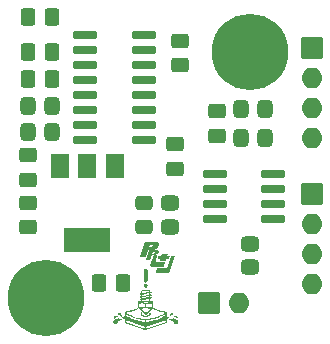
<source format=gbr>
%TF.GenerationSoftware,KiCad,Pcbnew,7.0.7*%
%TF.CreationDate,2023-09-04T20:39:43-04:00*%
%TF.ProjectId,PRJ,50524a2e-6b69-4636-9164-5f7063625858,rev?*%
%TF.SameCoordinates,Original*%
%TF.FileFunction,Soldermask,Top*%
%TF.FilePolarity,Negative*%
%FSLAX46Y46*%
G04 Gerber Fmt 4.6, Leading zero omitted, Abs format (unit mm)*
G04 Created by KiCad (PCBNEW 7.0.7) date 2023-09-04 20:39:43*
%MOMM*%
%LPD*%
G01*
G04 APERTURE LIST*
G04 Aperture macros list*
%AMRoundRect*
0 Rectangle with rounded corners*
0 $1 Rounding radius*
0 $2 $3 $4 $5 $6 $7 $8 $9 X,Y pos of 4 corners*
0 Add a 4 corners polygon primitive as box body*
4,1,4,$2,$3,$4,$5,$6,$7,$8,$9,$2,$3,0*
0 Add four circle primitives for the rounded corners*
1,1,$1+$1,$2,$3*
1,1,$1+$1,$4,$5*
1,1,$1+$1,$6,$7*
1,1,$1+$1,$8,$9*
0 Add four rect primitives between the rounded corners*
20,1,$1+$1,$2,$3,$4,$5,0*
20,1,$1+$1,$4,$5,$6,$7,0*
20,1,$1+$1,$6,$7,$8,$9,0*
20,1,$1+$1,$8,$9,$2,$3,0*%
G04 Aperture macros list end*
%ADD10C,0.000000*%
%ADD11RoundRect,0.288000X0.350000X0.450000X-0.350000X0.450000X-0.350000X-0.450000X0.350000X-0.450000X0*%
%ADD12RoundRect,0.288000X0.475000X-0.337500X0.475000X0.337500X-0.475000X0.337500X-0.475000X-0.337500X0*%
%ADD13RoundRect,0.038000X-0.850000X-0.850000X0.850000X-0.850000X0.850000X0.850000X-0.850000X0.850000X0*%
%ADD14O,1.776000X1.776000*%
%ADD15RoundRect,0.288000X-0.450000X0.350000X-0.450000X-0.350000X0.450000X-0.350000X0.450000X0.350000X0*%
%ADD16C,0.876000*%
%ADD17C,6.476000*%
%ADD18RoundRect,0.188000X-0.850000X-0.150000X0.850000X-0.150000X0.850000X0.150000X-0.850000X0.150000X0*%
%ADD19RoundRect,0.288000X0.337500X0.475000X-0.337500X0.475000X-0.337500X-0.475000X0.337500X-0.475000X0*%
%ADD20RoundRect,0.038000X0.850000X-0.850000X0.850000X0.850000X-0.850000X0.850000X-0.850000X-0.850000X0*%
%ADD21RoundRect,0.038000X-0.750000X1.000000X-0.750000X-1.000000X0.750000X-1.000000X0.750000X1.000000X0*%
%ADD22RoundRect,0.038000X-1.900000X1.000000X-1.900000X-1.000000X1.900000X-1.000000X1.900000X1.000000X0*%
%ADD23RoundRect,0.188000X-0.825000X-0.150000X0.825000X-0.150000X0.825000X0.150000X-0.825000X0.150000X0*%
%ADD24RoundRect,0.288000X-0.337500X-0.475000X0.337500X-0.475000X0.337500X0.475000X-0.337500X0.475000X0*%
%ADD25RoundRect,0.288000X-0.475000X0.337500X-0.475000X-0.337500X0.475000X-0.337500X0.475000X0.337500X0*%
%ADD26RoundRect,0.288000X-0.450000X0.325000X-0.450000X-0.325000X0.450000X-0.325000X0.450000X0.325000X0*%
%ADD27RoundRect,0.288000X-0.350000X-0.450000X0.350000X-0.450000X0.350000X0.450000X-0.350000X0.450000X0*%
G04 APERTURE END LIST*
D10*
G36*
X117858973Y-108049751D02*
G01*
X117867701Y-108050366D01*
X117885158Y-108052778D01*
X117902483Y-108056694D01*
X117919518Y-108062028D01*
X117936103Y-108068696D01*
X117952079Y-108076611D01*
X117967288Y-108085690D01*
X117981571Y-108095845D01*
X117994768Y-108106993D01*
X118000910Y-108112913D01*
X118006722Y-108119048D01*
X118012182Y-108125389D01*
X118017272Y-108131925D01*
X118021972Y-108138644D01*
X118026261Y-108145537D01*
X118030119Y-108152593D01*
X118033528Y-108159801D01*
X118036467Y-108167151D01*
X118038916Y-108174631D01*
X118040856Y-108182232D01*
X118042265Y-108189942D01*
X118043126Y-108197750D01*
X118043417Y-108205647D01*
X118043356Y-108207754D01*
X118043179Y-108210102D01*
X118042894Y-108212682D01*
X118042508Y-108215487D01*
X118041464Y-108221739D01*
X118040110Y-108228798D01*
X118032833Y-108263856D01*
X117966688Y-108472876D01*
X117962878Y-108482795D01*
X117958413Y-108492694D01*
X117953316Y-108502555D01*
X117947614Y-108512357D01*
X117941333Y-108522082D01*
X117934498Y-108531710D01*
X117927135Y-108541222D01*
X117919270Y-108550598D01*
X117910928Y-108559819D01*
X117902135Y-108568865D01*
X117892916Y-108577718D01*
X117883298Y-108586358D01*
X117862965Y-108602920D01*
X117841342Y-108618397D01*
X117818633Y-108632634D01*
X117795045Y-108645476D01*
X117782985Y-108651325D01*
X117770782Y-108656767D01*
X117758462Y-108661783D01*
X117746050Y-108666353D01*
X117733573Y-108670458D01*
X117721055Y-108674078D01*
X117708523Y-108677195D01*
X117696001Y-108679789D01*
X117683517Y-108681840D01*
X117671095Y-108683329D01*
X117658762Y-108684236D01*
X117646542Y-108684543D01*
X117141188Y-108684543D01*
X116934813Y-109316897D01*
X116426813Y-109316897D01*
X116699930Y-108472876D01*
X117207334Y-108472876D01*
X117461334Y-108472876D01*
X117530126Y-108263856D01*
X117276126Y-108263856D01*
X117207334Y-108472876D01*
X116699930Y-108472876D01*
X116836917Y-108049543D01*
X117850271Y-108049543D01*
X117858973Y-108049751D01*
G37*
G36*
X116940463Y-111597330D02*
G01*
X116948311Y-111597842D01*
X116956123Y-111598694D01*
X116963884Y-111599888D01*
X116971582Y-111601423D01*
X116979202Y-111603299D01*
X116986730Y-111605516D01*
X116994151Y-111608074D01*
X117001453Y-111610973D01*
X117008620Y-111614213D01*
X117015639Y-111617794D01*
X117022496Y-111621716D01*
X117029176Y-111625979D01*
X117035666Y-111630584D01*
X117041952Y-111635529D01*
X117048019Y-111640816D01*
X117052884Y-111646861D01*
X117057548Y-111653089D01*
X117061994Y-111659495D01*
X117066209Y-111666075D01*
X117070175Y-111672826D01*
X117073877Y-111679743D01*
X117077301Y-111686824D01*
X117080430Y-111694063D01*
X117083249Y-111701457D01*
X117085742Y-111709003D01*
X117087895Y-111716695D01*
X117089690Y-111724531D01*
X117091114Y-111732507D01*
X117092150Y-111740618D01*
X117092783Y-111748861D01*
X117092998Y-111757232D01*
X117092783Y-111764264D01*
X117092150Y-111771443D01*
X117091114Y-111778731D01*
X117089690Y-111786088D01*
X117087895Y-111793477D01*
X117085742Y-111800857D01*
X117083249Y-111808192D01*
X117080430Y-111815440D01*
X117077301Y-111822565D01*
X117073877Y-111829527D01*
X117070175Y-111836288D01*
X117066209Y-111842808D01*
X117061994Y-111849050D01*
X117057548Y-111854973D01*
X117052884Y-111860540D01*
X117048019Y-111865711D01*
X117041973Y-111871974D01*
X117035745Y-111877861D01*
X117029339Y-111883367D01*
X117022759Y-111888490D01*
X117016008Y-111893226D01*
X117009091Y-111897570D01*
X117002010Y-111901519D01*
X116994771Y-111905068D01*
X116987377Y-111908215D01*
X116979831Y-111910954D01*
X116972139Y-111913283D01*
X116964303Y-111915197D01*
X116956327Y-111916692D01*
X116948216Y-111917765D01*
X116939973Y-111918412D01*
X116931602Y-111918628D01*
X116923231Y-111918382D01*
X116914988Y-111917656D01*
X116906876Y-111916465D01*
X116898901Y-111914825D01*
X116891065Y-111912750D01*
X116883372Y-111910256D01*
X116875827Y-111907360D01*
X116868432Y-111904076D01*
X116861193Y-111900420D01*
X116854113Y-111896407D01*
X116847195Y-111892053D01*
X116840445Y-111887374D01*
X116833864Y-111882385D01*
X116827458Y-111877101D01*
X116821231Y-111871538D01*
X116815185Y-111865711D01*
X116810320Y-111861005D01*
X116805656Y-111855841D01*
X116801209Y-111850259D01*
X116796995Y-111844297D01*
X116793029Y-111837993D01*
X116789326Y-111831388D01*
X116785903Y-111824519D01*
X116782774Y-111817425D01*
X116779955Y-111810145D01*
X116777461Y-111802718D01*
X116775309Y-111795182D01*
X116773513Y-111787577D01*
X116772090Y-111779940D01*
X116771054Y-111772311D01*
X116770421Y-111764729D01*
X116770206Y-111757232D01*
X116770421Y-111748861D01*
X116771054Y-111740618D01*
X116772090Y-111732507D01*
X116773513Y-111724532D01*
X116775309Y-111716695D01*
X116777461Y-111709003D01*
X116779955Y-111701457D01*
X116782774Y-111694063D01*
X116785903Y-111686824D01*
X116789326Y-111679744D01*
X116793029Y-111672826D01*
X116796995Y-111666075D01*
X116801209Y-111659495D01*
X116805656Y-111653089D01*
X116810320Y-111646861D01*
X116815185Y-111640816D01*
X116821493Y-111635529D01*
X116828003Y-111630584D01*
X116834702Y-111625979D01*
X116841576Y-111621716D01*
X116848611Y-111617794D01*
X116855793Y-111614213D01*
X116863108Y-111610973D01*
X116870541Y-111608074D01*
X116878079Y-111605516D01*
X116885707Y-111603299D01*
X116893413Y-111601423D01*
X116901180Y-111599888D01*
X116908996Y-111598694D01*
X116916846Y-111597842D01*
X116924717Y-111597330D01*
X116932594Y-111597159D01*
X116940463Y-111597330D01*
G37*
G36*
X116231041Y-113632065D02*
G01*
X116233386Y-113632187D01*
X116235729Y-113632421D01*
X116238065Y-113632767D01*
X116240388Y-113633223D01*
X116242693Y-113633789D01*
X116244975Y-113634463D01*
X116247228Y-113635245D01*
X116249448Y-113636133D01*
X116251628Y-113637127D01*
X116253763Y-113638226D01*
X116255849Y-113639428D01*
X116257879Y-113640733D01*
X116259849Y-113642140D01*
X116261753Y-113643647D01*
X116263586Y-113645255D01*
X116265343Y-113646961D01*
X116267017Y-113648765D01*
X116268604Y-113650666D01*
X116270099Y-113652663D01*
X116271496Y-113654754D01*
X116272789Y-113656940D01*
X116273968Y-113659187D01*
X116275023Y-113661462D01*
X116275956Y-113663759D01*
X116276768Y-113666076D01*
X116277460Y-113668409D01*
X116278033Y-113670753D01*
X116278488Y-113673105D01*
X116278825Y-113675461D01*
X116279046Y-113677817D01*
X116279152Y-113680169D01*
X116279143Y-113682513D01*
X116279021Y-113684845D01*
X116278787Y-113687162D01*
X116278441Y-113689460D01*
X116277985Y-113691735D01*
X116277420Y-113693982D01*
X116276745Y-113696198D01*
X116275964Y-113698380D01*
X116275075Y-113700522D01*
X116274081Y-113702622D01*
X116272983Y-113704676D01*
X116271780Y-113706679D01*
X116270475Y-113708628D01*
X116269069Y-113710518D01*
X116267561Y-113712347D01*
X116265954Y-113714110D01*
X116264248Y-113715803D01*
X116262444Y-113717422D01*
X116260543Y-113718964D01*
X116258546Y-113720425D01*
X116256454Y-113721800D01*
X116254268Y-113723086D01*
X116190141Y-113757111D01*
X116124111Y-113788787D01*
X116056693Y-113818185D01*
X115988403Y-113845373D01*
X115919757Y-113870422D01*
X115851270Y-113893401D01*
X115783457Y-113914380D01*
X115716834Y-113933430D01*
X115589219Y-113966017D01*
X115472549Y-113991721D01*
X115370948Y-114011099D01*
X115288539Y-114024711D01*
X115324465Y-114053174D01*
X115371552Y-114086723D01*
X115431042Y-114124984D01*
X115504175Y-114167586D01*
X115592190Y-114214157D01*
X115696328Y-114264324D01*
X115817830Y-114317716D01*
X115957935Y-114373961D01*
X116006106Y-114391981D01*
X116053835Y-114408860D01*
X116147680Y-114439342D01*
X116238906Y-114465699D01*
X116326946Y-114488228D01*
X116411234Y-114507221D01*
X116491205Y-114522975D01*
X116566292Y-114535783D01*
X116635930Y-114545940D01*
X116699552Y-114553740D01*
X116756594Y-114559479D01*
X116806489Y-114563450D01*
X116848671Y-114565949D01*
X116907634Y-114567706D01*
X116928956Y-114567106D01*
X116934248Y-114567106D01*
X117037518Y-114563344D01*
X117132840Y-114555526D01*
X117252409Y-114540979D01*
X117392566Y-114517626D01*
X117469221Y-114501999D01*
X117549652Y-114483391D01*
X117633400Y-114461542D01*
X117720008Y-114436194D01*
X117809019Y-114407087D01*
X117899976Y-114373961D01*
X117972432Y-114345941D01*
X118040082Y-114318476D01*
X118103080Y-114291623D01*
X118161583Y-114265440D01*
X118215745Y-114239986D01*
X118265722Y-114215319D01*
X118311667Y-114191497D01*
X118353737Y-114168578D01*
X118392086Y-114146620D01*
X118426869Y-114125681D01*
X118458242Y-114105820D01*
X118486359Y-114087095D01*
X118511376Y-114069563D01*
X118533447Y-114053283D01*
X118552727Y-114038313D01*
X118569372Y-114024711D01*
X118486964Y-114011099D01*
X118385363Y-113991721D01*
X118268693Y-113966017D01*
X118141078Y-113933430D01*
X118006642Y-113893401D01*
X117938155Y-113870422D01*
X117869508Y-113845373D01*
X117801219Y-113818185D01*
X117733801Y-113788787D01*
X117667771Y-113757111D01*
X117603644Y-113723086D01*
X117601458Y-113721800D01*
X117599366Y-113720425D01*
X117597369Y-113718964D01*
X117595468Y-113717422D01*
X117593664Y-113715803D01*
X117591958Y-113714110D01*
X117590351Y-113712347D01*
X117588843Y-113710518D01*
X117587437Y-113708628D01*
X117586132Y-113706679D01*
X117584929Y-113704676D01*
X117583831Y-113702622D01*
X117582837Y-113700522D01*
X117581948Y-113698380D01*
X117581167Y-113696198D01*
X117580493Y-113693982D01*
X117579927Y-113691735D01*
X117579471Y-113689460D01*
X117579125Y-113687162D01*
X117578891Y-113684845D01*
X117578769Y-113682513D01*
X117578760Y-113680169D01*
X117578866Y-113677817D01*
X117579087Y-113675461D01*
X117579424Y-113673105D01*
X117579879Y-113670753D01*
X117580452Y-113668409D01*
X117581144Y-113666076D01*
X117581956Y-113663759D01*
X117582889Y-113661462D01*
X117583944Y-113659187D01*
X117585123Y-113656940D01*
X117586409Y-113654754D01*
X117587784Y-113652663D01*
X117589245Y-113650666D01*
X117590786Y-113648765D01*
X117592406Y-113646961D01*
X117594099Y-113645255D01*
X117595862Y-113643647D01*
X117597690Y-113642140D01*
X117599581Y-113640733D01*
X117601530Y-113639428D01*
X117603533Y-113638226D01*
X117605586Y-113637127D01*
X117607686Y-113636133D01*
X117609829Y-113635245D01*
X117612010Y-113634463D01*
X117614227Y-113633789D01*
X117616474Y-113633223D01*
X117618748Y-113632767D01*
X117621046Y-113632421D01*
X117623363Y-113632187D01*
X117625696Y-113632065D01*
X117628040Y-113632057D01*
X117630392Y-113632162D01*
X117632748Y-113632384D01*
X117635103Y-113632721D01*
X117637455Y-113633176D01*
X117639800Y-113633748D01*
X117642132Y-113634440D01*
X117644449Y-113635252D01*
X117646747Y-113636186D01*
X117649021Y-113637241D01*
X117651269Y-113638419D01*
X117689987Y-113659297D01*
X117729653Y-113679275D01*
X117811274Y-113716601D01*
X117895027Y-113750523D01*
X117979806Y-113781170D01*
X118064509Y-113808670D01*
X118148029Y-113833151D01*
X118229262Y-113854741D01*
X118307104Y-113873567D01*
X118380450Y-113889758D01*
X118448196Y-113903442D01*
X118562468Y-113923797D01*
X118675206Y-113940044D01*
X118677190Y-113940105D01*
X118679169Y-113940287D01*
X118681142Y-113940585D01*
X118683102Y-113940995D01*
X118685047Y-113941514D01*
X118686973Y-113942137D01*
X118688875Y-113942861D01*
X118690750Y-113943682D01*
X118692594Y-113944596D01*
X118694404Y-113945599D01*
X118696174Y-113946688D01*
X118697902Y-113947857D01*
X118699583Y-113949105D01*
X118701215Y-113950426D01*
X118702791Y-113951816D01*
X118704310Y-113953273D01*
X118705767Y-113954763D01*
X118707157Y-113956260D01*
X118708478Y-113957773D01*
X118709726Y-113959309D01*
X118710895Y-113960876D01*
X118711984Y-113962482D01*
X118712987Y-113964134D01*
X118713901Y-113965841D01*
X118714722Y-113967610D01*
X118715446Y-113969448D01*
X118716069Y-113971364D01*
X118716588Y-113973365D01*
X118716998Y-113975459D01*
X118717296Y-113977654D01*
X118717478Y-113979958D01*
X118717539Y-113982378D01*
X118717539Y-114244315D01*
X118717477Y-114246795D01*
X118717291Y-114249270D01*
X118716981Y-114251739D01*
X118716547Y-114254195D01*
X118715989Y-114256636D01*
X118715307Y-114259058D01*
X118714500Y-114261456D01*
X118713570Y-114263828D01*
X118712516Y-114266168D01*
X118711338Y-114268473D01*
X118710036Y-114270740D01*
X118708609Y-114272964D01*
X118707059Y-114275142D01*
X118705385Y-114277269D01*
X118703586Y-114279342D01*
X118701664Y-114281356D01*
X118700713Y-114282266D01*
X118699571Y-114283310D01*
X118698026Y-114284664D01*
X118696109Y-114286266D01*
X118693851Y-114288054D01*
X118691283Y-114289966D01*
X118689892Y-114290949D01*
X118688435Y-114291940D01*
X118900102Y-114368669D01*
X118900102Y-114463919D01*
X118701664Y-114538003D01*
X118703586Y-114539552D01*
X118705385Y-114541217D01*
X118707059Y-114542991D01*
X118708609Y-114544865D01*
X118710035Y-114546833D01*
X118711338Y-114548886D01*
X118712516Y-114551016D01*
X118713570Y-114553216D01*
X118714500Y-114555478D01*
X118715307Y-114557795D01*
X118715989Y-114560158D01*
X118716547Y-114562559D01*
X118716981Y-114564992D01*
X118717291Y-114567448D01*
X118717477Y-114569920D01*
X118717539Y-114572399D01*
X118717539Y-114842274D01*
X118717500Y-114844010D01*
X118717386Y-114845744D01*
X118717197Y-114847474D01*
X118716934Y-114849198D01*
X118716600Y-114850915D01*
X118716196Y-114852622D01*
X118715723Y-114854317D01*
X118715183Y-114855999D01*
X118714576Y-114857665D01*
X118713905Y-114859314D01*
X118713172Y-114860943D01*
X118712376Y-114862552D01*
X118710607Y-114865696D01*
X118708609Y-114868732D01*
X118706394Y-114871644D01*
X118703974Y-114874416D01*
X118701360Y-114877034D01*
X118698563Y-114879481D01*
X118695596Y-114881742D01*
X118694053Y-114882797D01*
X118692471Y-114883801D01*
X118690852Y-114884750D01*
X118689197Y-114885643D01*
X118687509Y-114886478D01*
X118685789Y-114887253D01*
X116944831Y-115524899D01*
X116943838Y-115525364D01*
X116942846Y-115525772D01*
X116941854Y-115526125D01*
X116940862Y-115526428D01*
X116939870Y-115526685D01*
X116938878Y-115526899D01*
X116937885Y-115527074D01*
X116936893Y-115527214D01*
X116935901Y-115527323D01*
X116934909Y-115527405D01*
X116932925Y-115527503D01*
X116930940Y-115527539D01*
X116928956Y-115527545D01*
X116926971Y-115527539D01*
X116924987Y-115527503D01*
X116923003Y-115527405D01*
X116922011Y-115527323D01*
X116921018Y-115527214D01*
X116920026Y-115527074D01*
X116919034Y-115526899D01*
X116918042Y-115526685D01*
X116917050Y-115526428D01*
X116916058Y-115526125D01*
X116915065Y-115525772D01*
X116914073Y-115525364D01*
X116913081Y-115524899D01*
X116588006Y-115405836D01*
X115172123Y-114887253D01*
X115170402Y-114886718D01*
X115168714Y-114886108D01*
X115167060Y-114885425D01*
X115165441Y-114884669D01*
X115162315Y-114882951D01*
X115159348Y-114880969D01*
X115156552Y-114878739D01*
X115153938Y-114876277D01*
X115151517Y-114873597D01*
X115149302Y-114870716D01*
X115147304Y-114867649D01*
X115145535Y-114864412D01*
X115144006Y-114861019D01*
X115142729Y-114857487D01*
X115141716Y-114853831D01*
X115140977Y-114850067D01*
X115140526Y-114846209D01*
X115140373Y-114842274D01*
X115140373Y-114802586D01*
X115240914Y-114802586D01*
X116883977Y-115405836D01*
X116979227Y-115405836D01*
X118622289Y-114802586D01*
X118622289Y-114635899D01*
X116979227Y-115207399D01*
X116979227Y-115405836D01*
X116883977Y-115405836D01*
X116883977Y-115207399D01*
X115240914Y-114635899D01*
X115240914Y-114802586D01*
X115140373Y-114802586D01*
X115140373Y-114635899D01*
X115140373Y-114572399D01*
X115140435Y-114569920D01*
X115140621Y-114567448D01*
X115140931Y-114564992D01*
X115141365Y-114562560D01*
X115141923Y-114560158D01*
X115142605Y-114557795D01*
X115143411Y-114555479D01*
X115144341Y-114553216D01*
X115145396Y-114551016D01*
X115146574Y-114548886D01*
X115147876Y-114546833D01*
X115149302Y-114544866D01*
X115150853Y-114542991D01*
X115152527Y-114541217D01*
X115154325Y-114539552D01*
X115155271Y-114538763D01*
X115156248Y-114538003D01*
X114957810Y-114469211D01*
X114957810Y-114373961D01*
X115169477Y-114297232D01*
X115168020Y-114296241D01*
X115166630Y-114295258D01*
X115165309Y-114294290D01*
X115164061Y-114293346D01*
X115162891Y-114292432D01*
X115161803Y-114291557D01*
X115160800Y-114290729D01*
X115159886Y-114289955D01*
X115159065Y-114289244D01*
X115158341Y-114288601D01*
X115157199Y-114287558D01*
X115156248Y-114286648D01*
X115154325Y-114284633D01*
X115152527Y-114282560D01*
X115150853Y-114280433D01*
X115149302Y-114278256D01*
X115147876Y-114276032D01*
X115146574Y-114273765D01*
X115145396Y-114271460D01*
X115144341Y-114269120D01*
X115143411Y-114266748D01*
X115142605Y-114264350D01*
X115141923Y-114261928D01*
X115141365Y-114259487D01*
X115140931Y-114257031D01*
X115140621Y-114254562D01*
X115140435Y-114252087D01*
X115140373Y-114249607D01*
X115140373Y-114223149D01*
X115240914Y-114223149D01*
X115272540Y-114247896D01*
X115321777Y-114283217D01*
X115388626Y-114327282D01*
X115473086Y-114378261D01*
X115575157Y-114434324D01*
X115632797Y-114463691D01*
X115694840Y-114493644D01*
X115761285Y-114523953D01*
X115832134Y-114554389D01*
X115907385Y-114584725D01*
X115987039Y-114614732D01*
X116048243Y-114635507D01*
X116111419Y-114655169D01*
X116175998Y-114673723D01*
X116241411Y-114691172D01*
X116372457Y-114722772D01*
X116500000Y-114750000D01*
X116619481Y-114772888D01*
X116726343Y-114791465D01*
X116883977Y-114815815D01*
X116883977Y-114813170D01*
X116979227Y-114813170D01*
X117136819Y-114790308D01*
X117243583Y-114772102D01*
X117362873Y-114749339D01*
X117490100Y-114721986D01*
X117620676Y-114690014D01*
X117750012Y-114653391D01*
X117812781Y-114633326D01*
X117873519Y-114612086D01*
X117953609Y-114582079D01*
X118029189Y-114551743D01*
X118100272Y-114521307D01*
X118166875Y-114490998D01*
X118229014Y-114461046D01*
X118286703Y-114431679D01*
X118339958Y-114403125D01*
X118388795Y-114375615D01*
X118433229Y-114349376D01*
X118473275Y-114324636D01*
X118508950Y-114301625D01*
X118540269Y-114280572D01*
X118589899Y-114245251D01*
X118622289Y-114220503D01*
X118622289Y-114098794D01*
X118580689Y-114131614D01*
X118528610Y-114168371D01*
X118464996Y-114208787D01*
X118388794Y-114252583D01*
X118298949Y-114299480D01*
X118194408Y-114349198D01*
X118074115Y-114401458D01*
X117937018Y-114455982D01*
X117854900Y-114486087D01*
X117774429Y-114513017D01*
X117695888Y-114536948D01*
X117619560Y-114558053D01*
X117545728Y-114576507D01*
X117474675Y-114592485D01*
X117406683Y-114606161D01*
X117342037Y-114617708D01*
X117281018Y-114627303D01*
X117223910Y-114635118D01*
X117122557Y-114646110D01*
X117040241Y-114652078D01*
X116979227Y-114654419D01*
X116979227Y-114813170D01*
X116883977Y-114813170D01*
X116883977Y-114654419D01*
X116822962Y-114652078D01*
X116740647Y-114646110D01*
X116639294Y-114635118D01*
X116521167Y-114617708D01*
X116388529Y-114592485D01*
X116317476Y-114576507D01*
X116243644Y-114558053D01*
X116167316Y-114536948D01*
X116088775Y-114513017D01*
X116008303Y-114486087D01*
X115926185Y-114455982D01*
X115855470Y-114428455D01*
X115789087Y-114401463D01*
X115726906Y-114375045D01*
X115668795Y-114349239D01*
X115614621Y-114324084D01*
X115564254Y-114299619D01*
X115517560Y-114275883D01*
X115474409Y-114252914D01*
X115434668Y-114230751D01*
X115398207Y-114209433D01*
X115364892Y-114188999D01*
X115334593Y-114169488D01*
X115307177Y-114150937D01*
X115282514Y-114133386D01*
X115260470Y-114116875D01*
X115240914Y-114101440D01*
X115240914Y-114223149D01*
X115140373Y-114223149D01*
X115140373Y-114101440D01*
X115140373Y-113987669D01*
X115140434Y-113985445D01*
X115140616Y-113983239D01*
X115140916Y-113981055D01*
X115141329Y-113978895D01*
X115141852Y-113976761D01*
X115142483Y-113974658D01*
X115143217Y-113972588D01*
X115144052Y-113970554D01*
X115144984Y-113968558D01*
X115146009Y-113966605D01*
X115147124Y-113964695D01*
X115148326Y-113962834D01*
X115149611Y-113961022D01*
X115150976Y-113959264D01*
X115152418Y-113957562D01*
X115153933Y-113955919D01*
X115155517Y-113954338D01*
X115157168Y-113952823D01*
X115158882Y-113951374D01*
X115160656Y-113949997D01*
X115162485Y-113948693D01*
X115164368Y-113947466D01*
X115166300Y-113946319D01*
X115168278Y-113945253D01*
X115170298Y-113944273D01*
X115172358Y-113943381D01*
X115174454Y-113942580D01*
X115176582Y-113941873D01*
X115178740Y-113941264D01*
X115180922Y-113940753D01*
X115183128Y-113940346D01*
X115185352Y-113940044D01*
X115296559Y-113923797D01*
X115410361Y-113903442D01*
X115551138Y-113873568D01*
X115710023Y-113833152D01*
X115793484Y-113808671D01*
X115878147Y-113781170D01*
X115962902Y-113750523D01*
X116046643Y-113716601D01*
X116128259Y-113679275D01*
X116206643Y-113638419D01*
X116208658Y-113637241D01*
X116210729Y-113636186D01*
X116212851Y-113635252D01*
X116215020Y-113634440D01*
X116217229Y-113633748D01*
X116219474Y-113633175D01*
X116221749Y-113632721D01*
X116224048Y-113632383D01*
X116226367Y-113632162D01*
X116228699Y-113632056D01*
X116231041Y-113632065D01*
G37*
G36*
X119163801Y-114061400D02*
G01*
X119174443Y-114062599D01*
X119184730Y-114064710D01*
X119194606Y-114067675D01*
X119204012Y-114071434D01*
X119212893Y-114075929D01*
X119221190Y-114081100D01*
X119228847Y-114086888D01*
X119235806Y-114093235D01*
X119242010Y-114100080D01*
X119247402Y-114107365D01*
X119251925Y-114115031D01*
X119255522Y-114123019D01*
X119258136Y-114131269D01*
X119259708Y-114139723D01*
X119260183Y-114148321D01*
X119259503Y-114157005D01*
X119257611Y-114165714D01*
X119254450Y-114174391D01*
X119249962Y-114182975D01*
X119244090Y-114191409D01*
X119236778Y-114199632D01*
X119227967Y-114207586D01*
X119217602Y-114215211D01*
X119211707Y-114218881D01*
X119205915Y-114221999D01*
X119194554Y-114226854D01*
X119183348Y-114230321D01*
X119172127Y-114232946D01*
X119148955Y-114237861D01*
X119136664Y-114241242D01*
X119123675Y-114245969D01*
X119109818Y-114252587D01*
X119102510Y-114256776D01*
X119094922Y-114261642D01*
X119087031Y-114267255D01*
X119078817Y-114273682D01*
X119070258Y-114280992D01*
X119061332Y-114289253D01*
X119052019Y-114298533D01*
X119042297Y-114308901D01*
X119032145Y-114320425D01*
X119021541Y-114333173D01*
X119010465Y-114347214D01*
X118998894Y-114362615D01*
X118986808Y-114379446D01*
X118974185Y-114397774D01*
X118973053Y-114389599D01*
X118971085Y-114367099D01*
X118970455Y-114351426D01*
X118970418Y-114333313D01*
X118971241Y-114313137D01*
X118973193Y-114291279D01*
X118976540Y-114268119D01*
X118981549Y-114244036D01*
X118988489Y-114219411D01*
X118997626Y-114194623D01*
X119003102Y-114182287D01*
X119009228Y-114170052D01*
X119016037Y-114157967D01*
X119023562Y-114146078D01*
X119031837Y-114134434D01*
X119040896Y-114123081D01*
X119050772Y-114112067D01*
X119061498Y-114101440D01*
X119072759Y-114091764D01*
X119084180Y-114083533D01*
X119095704Y-114076687D01*
X119107273Y-114071168D01*
X119118830Y-114066916D01*
X119130319Y-114063873D01*
X119141682Y-114061978D01*
X119152862Y-114061174D01*
X119163801Y-114061400D01*
G37*
G36*
X119003855Y-110507522D02*
G01*
X119001408Y-110514209D01*
X118998541Y-110520869D01*
X118995270Y-110527489D01*
X118991607Y-110534058D01*
X118987569Y-110540562D01*
X118983170Y-110546990D01*
X118978424Y-110553331D01*
X118973345Y-110559570D01*
X118967948Y-110565698D01*
X118962249Y-110571701D01*
X118956260Y-110577567D01*
X118949997Y-110583285D01*
X118943475Y-110588842D01*
X118936708Y-110594225D01*
X118929710Y-110599424D01*
X118922495Y-110604426D01*
X118915080Y-110609218D01*
X118907477Y-110613789D01*
X118899702Y-110618126D01*
X118891768Y-110622218D01*
X118883692Y-110626052D01*
X118875487Y-110629616D01*
X118867167Y-110632898D01*
X118858747Y-110635886D01*
X118850242Y-110638568D01*
X118841667Y-110640932D01*
X118833035Y-110642965D01*
X118824361Y-110644656D01*
X118815661Y-110645992D01*
X118806948Y-110646961D01*
X118798236Y-110647552D01*
X118789541Y-110647751D01*
X117778834Y-110647751D01*
X117916417Y-110224418D01*
X118588459Y-110224418D01*
X118609266Y-110223889D01*
X118629030Y-110222299D01*
X118647764Y-110219639D01*
X118665478Y-110215901D01*
X118682184Y-110211079D01*
X118697894Y-110205163D01*
X118712620Y-110198147D01*
X118726373Y-110190022D01*
X118732888Y-110185541D01*
X118739165Y-110180781D01*
X118745204Y-110175739D01*
X118751007Y-110170416D01*
X118761911Y-110158919D01*
X118771890Y-110146283D01*
X118780953Y-110132500D01*
X118789113Y-110117561D01*
X118796382Y-110101460D01*
X118802772Y-110084189D01*
X119077938Y-109240168D01*
X119416605Y-109240168D01*
X119003855Y-110507522D01*
G37*
G36*
X116580668Y-114009468D02*
G01*
X116582971Y-114009618D01*
X116585272Y-114009880D01*
X116587566Y-114010254D01*
X116589852Y-114010742D01*
X116592125Y-114011344D01*
X116594382Y-114012061D01*
X116596620Y-114012894D01*
X116598835Y-114013845D01*
X116601023Y-114014914D01*
X116603183Y-114016102D01*
X116605309Y-114017410D01*
X116607399Y-114018839D01*
X116609449Y-114020391D01*
X116611456Y-114022065D01*
X116613146Y-114023832D01*
X116614741Y-114025658D01*
X116616240Y-114027540D01*
X116617642Y-114029476D01*
X116618945Y-114031462D01*
X116620147Y-114033495D01*
X116621248Y-114035573D01*
X116622246Y-114037692D01*
X116623139Y-114039851D01*
X116623926Y-114042045D01*
X116624606Y-114044272D01*
X116625176Y-114046529D01*
X116625636Y-114048813D01*
X116625984Y-114051122D01*
X116626219Y-114053452D01*
X116626339Y-114055800D01*
X116626342Y-114058163D01*
X116626228Y-114060540D01*
X116625995Y-114062926D01*
X116625641Y-114065319D01*
X116625165Y-114067715D01*
X116624565Y-114070113D01*
X116623841Y-114072509D01*
X116622990Y-114074899D01*
X116622011Y-114077283D01*
X116620903Y-114079655D01*
X116619664Y-114082014D01*
X116618292Y-114084356D01*
X116616787Y-114086679D01*
X116615147Y-114088980D01*
X116613370Y-114091256D01*
X116611455Y-114093503D01*
X116609067Y-114096450D01*
X116606861Y-114099343D01*
X116604834Y-114102189D01*
X116602980Y-114104996D01*
X116601298Y-114107772D01*
X116599782Y-114110525D01*
X116598428Y-114113263D01*
X116597234Y-114115993D01*
X116596195Y-114118723D01*
X116595306Y-114121460D01*
X116594565Y-114124213D01*
X116593968Y-114126989D01*
X116593510Y-114129797D01*
X116593188Y-114132643D01*
X116592997Y-114135535D01*
X116592934Y-114138482D01*
X116593350Y-114144945D01*
X116594586Y-114151423D01*
X116596625Y-114157904D01*
X116599451Y-114164372D01*
X116607393Y-114177212D01*
X116618276Y-114189828D01*
X116631966Y-114202102D01*
X116648326Y-114213919D01*
X116667221Y-114225163D01*
X116688515Y-114235717D01*
X116712072Y-114245464D01*
X116737758Y-114254289D01*
X116765435Y-114262076D01*
X116794969Y-114268707D01*
X116826223Y-114274067D01*
X116859063Y-114278040D01*
X116893352Y-114280509D01*
X116928955Y-114281357D01*
X116946913Y-114281135D01*
X116964558Y-114280480D01*
X116981876Y-114279406D01*
X116998848Y-114277931D01*
X117015457Y-114276071D01*
X117031687Y-114273840D01*
X117047521Y-114271257D01*
X117062942Y-114268335D01*
X117077932Y-114265092D01*
X117092476Y-114261543D01*
X117106555Y-114257704D01*
X117120153Y-114253592D01*
X117133253Y-114249222D01*
X117145838Y-114244610D01*
X117157891Y-114239772D01*
X117169395Y-114234725D01*
X117180334Y-114229483D01*
X117190689Y-114224064D01*
X117200445Y-114218484D01*
X117209584Y-114212757D01*
X117218090Y-114206900D01*
X117225944Y-114200930D01*
X117233131Y-114194862D01*
X117239634Y-114188712D01*
X117245435Y-114182496D01*
X117250518Y-114176230D01*
X117254865Y-114169930D01*
X117258460Y-114163613D01*
X117261285Y-114157293D01*
X117263324Y-114150987D01*
X117264560Y-114144712D01*
X117264976Y-114138482D01*
X117264914Y-114135535D01*
X117264723Y-114132643D01*
X117264401Y-114129797D01*
X117263943Y-114126989D01*
X117263345Y-114124213D01*
X117262604Y-114121460D01*
X117261716Y-114118723D01*
X117260677Y-114115993D01*
X117259482Y-114113263D01*
X117258129Y-114110525D01*
X117256613Y-114107772D01*
X117254930Y-114104996D01*
X117253077Y-114102189D01*
X117251049Y-114099343D01*
X117248843Y-114096450D01*
X117246455Y-114093503D01*
X117245014Y-114091496D01*
X117243666Y-114089446D01*
X117242413Y-114087356D01*
X117241257Y-114085230D01*
X117240197Y-114083071D01*
X117239235Y-114080882D01*
X117238372Y-114078667D01*
X117237608Y-114076429D01*
X117236946Y-114074172D01*
X117236385Y-114071899D01*
X117235927Y-114069613D01*
X117235572Y-114067319D01*
X117235323Y-114065018D01*
X117235178Y-114062715D01*
X117235141Y-114060413D01*
X117235211Y-114058115D01*
X117235389Y-114055825D01*
X117235677Y-114053546D01*
X117236075Y-114051282D01*
X117236585Y-114049035D01*
X117237208Y-114046810D01*
X117237943Y-114044610D01*
X117238793Y-114042438D01*
X117239758Y-114040297D01*
X117240840Y-114038191D01*
X117242039Y-114036123D01*
X117243355Y-114034097D01*
X117244792Y-114032117D01*
X117246348Y-114030184D01*
X117248025Y-114028303D01*
X117249825Y-114026478D01*
X117251747Y-114024711D01*
X117253754Y-114023029D01*
X117255804Y-114021456D01*
X117257894Y-114019993D01*
X117260021Y-114018639D01*
X117262180Y-114017396D01*
X117264368Y-114016264D01*
X117266583Y-114015243D01*
X117268821Y-114014335D01*
X117271078Y-114013538D01*
X117273351Y-114012855D01*
X117275637Y-114012285D01*
X117277932Y-114011828D01*
X117280232Y-114011486D01*
X117282535Y-114011259D01*
X117284837Y-114011147D01*
X117287135Y-114011151D01*
X117289425Y-114011272D01*
X117291704Y-114011509D01*
X117293968Y-114011863D01*
X117296215Y-114012335D01*
X117298440Y-114012925D01*
X117300640Y-114013634D01*
X117302812Y-114014462D01*
X117304953Y-114015410D01*
X117307059Y-114016477D01*
X117309127Y-114017666D01*
X117311153Y-114018976D01*
X117313134Y-114020407D01*
X117315066Y-114021960D01*
X117316947Y-114023636D01*
X117318772Y-114025435D01*
X117320539Y-114027357D01*
X117325840Y-114033372D01*
X117330828Y-114039506D01*
X117335497Y-114045757D01*
X117339845Y-114052120D01*
X117343868Y-114058592D01*
X117347561Y-114065169D01*
X117350920Y-114071846D01*
X117353943Y-114078620D01*
X117356624Y-114085487D01*
X117358961Y-114092443D01*
X117360948Y-114099485D01*
X117362583Y-114106608D01*
X117363861Y-114113808D01*
X117364779Y-114121083D01*
X117365333Y-114128427D01*
X117365518Y-114135836D01*
X117364972Y-114148391D01*
X117363348Y-114160748D01*
X117360672Y-114172891D01*
X117356966Y-114184810D01*
X117352254Y-114196490D01*
X117346560Y-114207919D01*
X117339908Y-114219083D01*
X117332321Y-114229970D01*
X117323824Y-114240566D01*
X117314439Y-114250858D01*
X117293104Y-114270479D01*
X117268505Y-114288728D01*
X117240833Y-114305500D01*
X117210278Y-114320691D01*
X117177028Y-114334196D01*
X117141275Y-114345911D01*
X117103209Y-114355730D01*
X117063018Y-114363549D01*
X117020893Y-114369264D01*
X116977025Y-114372769D01*
X116931602Y-114373961D01*
X116908475Y-114373661D01*
X116885743Y-114372769D01*
X116863427Y-114371299D01*
X116841550Y-114369264D01*
X116820135Y-114366676D01*
X116799203Y-114363549D01*
X116778777Y-114359896D01*
X116758878Y-114355730D01*
X116739531Y-114351064D01*
X116720755Y-114345911D01*
X116702575Y-114340284D01*
X116685012Y-114334196D01*
X116668089Y-114327661D01*
X116651827Y-114320691D01*
X116636249Y-114313300D01*
X116621378Y-114305500D01*
X116607235Y-114297305D01*
X116593843Y-114288728D01*
X116581225Y-114279782D01*
X116569402Y-114270479D01*
X116558396Y-114260834D01*
X116548231Y-114250858D01*
X116538928Y-114240566D01*
X116530510Y-114229970D01*
X116522999Y-114219083D01*
X116516417Y-114207919D01*
X116510786Y-114196490D01*
X116506129Y-114184810D01*
X116502468Y-114172891D01*
X116499826Y-114160748D01*
X116498224Y-114148391D01*
X116497685Y-114135836D01*
X116497870Y-114128426D01*
X116498424Y-114121077D01*
X116499342Y-114113791D01*
X116500620Y-114106567D01*
X116502255Y-114099404D01*
X116504243Y-114092304D01*
X116506579Y-114085266D01*
X116509261Y-114078289D01*
X116512283Y-114071375D01*
X116515643Y-114064523D01*
X116519336Y-114057732D01*
X116523358Y-114051004D01*
X116527706Y-114044338D01*
X116532375Y-114037734D01*
X116537363Y-114031191D01*
X116542664Y-114024711D01*
X116544431Y-114023022D01*
X116546256Y-114021426D01*
X116548137Y-114019925D01*
X116550069Y-114018520D01*
X116552050Y-114017213D01*
X116554076Y-114016003D01*
X116556144Y-114014891D01*
X116558250Y-114013880D01*
X116560391Y-114012969D01*
X116562563Y-114012160D01*
X116564763Y-114011454D01*
X116566988Y-114010852D01*
X116569235Y-114010354D01*
X116571499Y-114009961D01*
X116573778Y-114009676D01*
X116576068Y-114009498D01*
X116578366Y-114009428D01*
X116580668Y-114009468D01*
G37*
G36*
X119475157Y-114305790D02*
G01*
X119487411Y-114306958D01*
X119499782Y-114308723D01*
X119512241Y-114311129D01*
X119524756Y-114314218D01*
X119537299Y-114318034D01*
X119549839Y-114322620D01*
X119562345Y-114328019D01*
X119574789Y-114334274D01*
X119586570Y-114341278D01*
X119597130Y-114348849D01*
X119606505Y-114356921D01*
X119614730Y-114365424D01*
X119621841Y-114374292D01*
X119627873Y-114383457D01*
X119632862Y-114392850D01*
X119636842Y-114402404D01*
X119639850Y-114412051D01*
X119641920Y-114421723D01*
X119643088Y-114431353D01*
X119643390Y-114440872D01*
X119642860Y-114450213D01*
X119641534Y-114459307D01*
X119639447Y-114468088D01*
X119636636Y-114476487D01*
X119633134Y-114484437D01*
X119628978Y-114491869D01*
X119624202Y-114498715D01*
X119618843Y-114504909D01*
X119612936Y-114510382D01*
X119606515Y-114515066D01*
X119599617Y-114518894D01*
X119592276Y-114521797D01*
X119584529Y-114523708D01*
X119576410Y-114524559D01*
X119567955Y-114524282D01*
X119559198Y-114522810D01*
X119550177Y-114520074D01*
X119540925Y-114516007D01*
X119531479Y-114510540D01*
X119521873Y-114503607D01*
X119512544Y-114495516D01*
X119505042Y-114487127D01*
X119498833Y-114478452D01*
X119493388Y-114469501D01*
X119482665Y-114450820D01*
X119476325Y-114441113D01*
X119468625Y-114431177D01*
X119459033Y-114421025D01*
X119447019Y-114410667D01*
X119432052Y-114400115D01*
X119413600Y-114389382D01*
X119391133Y-114378477D01*
X119364120Y-114367414D01*
X119332030Y-114356204D01*
X119294331Y-114344857D01*
X119300956Y-114341473D01*
X119319549Y-114333158D01*
X119332733Y-114328014D01*
X119348188Y-114322673D01*
X119365674Y-114317478D01*
X119384951Y-114312776D01*
X119405778Y-114308912D01*
X119427915Y-114306229D01*
X119451121Y-114305073D01*
X119475157Y-114305790D01*
G37*
G36*
X119310867Y-114523244D02*
G01*
X119338140Y-114527002D01*
X119365587Y-114532105D01*
X119393135Y-114538646D01*
X119420710Y-114546721D01*
X119448239Y-114556421D01*
X119475648Y-114567840D01*
X119502862Y-114581072D01*
X119529810Y-114596211D01*
X119555194Y-114612953D01*
X119577826Y-114630835D01*
X119597787Y-114649710D01*
X119615164Y-114669431D01*
X119630038Y-114689852D01*
X119642495Y-114710826D01*
X119652617Y-114732206D01*
X119660489Y-114753845D01*
X119666195Y-114775596D01*
X119669818Y-114797313D01*
X119671441Y-114818849D01*
X119671150Y-114840057D01*
X119669028Y-114860790D01*
X119665158Y-114880901D01*
X119659624Y-114900244D01*
X119652511Y-114918672D01*
X119643901Y-114936038D01*
X119633879Y-114952195D01*
X119622529Y-114966997D01*
X119609934Y-114980296D01*
X119596179Y-114991946D01*
X119581346Y-115001801D01*
X119565521Y-115009712D01*
X119548786Y-115015534D01*
X119531225Y-115019120D01*
X119512923Y-115020323D01*
X119493963Y-115018996D01*
X119474428Y-115014992D01*
X119454404Y-115008164D01*
X119433973Y-114998367D01*
X119413219Y-114985452D01*
X119392226Y-114969274D01*
X119372311Y-114949765D01*
X119356430Y-114929907D01*
X119343409Y-114909661D01*
X119332075Y-114888989D01*
X119309766Y-114846211D01*
X119296443Y-114824028D01*
X119280109Y-114801263D01*
X119259589Y-114777878D01*
X119233709Y-114753835D01*
X119201294Y-114729093D01*
X119161170Y-114703615D01*
X119112164Y-114677363D01*
X119053100Y-114650296D01*
X118982804Y-114622376D01*
X118900101Y-114593565D01*
X118958310Y-114569794D01*
X118988597Y-114559540D01*
X119024001Y-114549056D01*
X119063931Y-114539092D01*
X119107799Y-114530396D01*
X119155016Y-114523715D01*
X119204992Y-114519797D01*
X119257139Y-114519391D01*
X119310867Y-114523244D01*
G37*
G36*
X118760437Y-109245460D02*
G01*
X119009146Y-109245460D01*
X118943001Y-109457126D01*
X118691647Y-109457126D01*
X118622854Y-109668793D01*
X118117500Y-109668793D01*
X118183646Y-109457126D01*
X117934938Y-109457126D01*
X118001084Y-109245460D01*
X118255083Y-109245460D01*
X118321229Y-109036439D01*
X118826583Y-109036439D01*
X118760437Y-109245460D01*
G37*
G36*
X114422629Y-114305438D02*
G01*
X114434126Y-114306229D01*
X114445369Y-114307401D01*
X114456327Y-114308911D01*
X114466968Y-114310718D01*
X114477261Y-114312776D01*
X114496675Y-114317478D01*
X114514318Y-114322672D01*
X114529938Y-114328014D01*
X114543282Y-114333157D01*
X114554100Y-114337758D01*
X114562139Y-114341472D01*
X114568873Y-114344857D01*
X114549289Y-114350546D01*
X114531174Y-114356203D01*
X114514461Y-114361826D01*
X114499084Y-114367414D01*
X114484976Y-114372964D01*
X114472070Y-114378477D01*
X114460302Y-114383950D01*
X114449603Y-114389381D01*
X114439909Y-114394770D01*
X114431152Y-114400115D01*
X114423266Y-114405414D01*
X114416184Y-114410667D01*
X114409841Y-114415871D01*
X114404170Y-114421025D01*
X114399105Y-114426127D01*
X114394578Y-114431177D01*
X114390525Y-114436173D01*
X114386878Y-114441113D01*
X114383571Y-114445995D01*
X114380538Y-114450819D01*
X114369815Y-114469501D01*
X114364370Y-114478452D01*
X114361395Y-114482825D01*
X114358162Y-114487127D01*
X114354606Y-114491358D01*
X114350659Y-114495516D01*
X114346256Y-114499600D01*
X114341331Y-114503607D01*
X114331725Y-114510540D01*
X114322278Y-114516007D01*
X114313027Y-114520074D01*
X114304005Y-114522810D01*
X114295249Y-114524282D01*
X114286794Y-114524559D01*
X114278675Y-114523708D01*
X114270927Y-114521797D01*
X114263586Y-114518894D01*
X114256688Y-114515066D01*
X114250268Y-114510382D01*
X114244360Y-114504909D01*
X114239001Y-114498715D01*
X114234226Y-114491869D01*
X114230070Y-114484437D01*
X114226568Y-114476487D01*
X114223756Y-114468088D01*
X114221670Y-114459307D01*
X114220344Y-114450213D01*
X114219814Y-114440872D01*
X114220115Y-114431353D01*
X114221283Y-114421723D01*
X114223354Y-114412051D01*
X114226361Y-114402404D01*
X114230342Y-114392850D01*
X114235330Y-114383456D01*
X114241363Y-114374292D01*
X114248474Y-114365424D01*
X114256699Y-114356920D01*
X114266074Y-114348848D01*
X114276634Y-114341277D01*
X114288414Y-114334273D01*
X114300625Y-114328018D01*
X114312929Y-114322619D01*
X114325294Y-114318034D01*
X114337688Y-114314218D01*
X114350080Y-114311128D01*
X114362439Y-114308723D01*
X114374733Y-114306957D01*
X114386930Y-114305789D01*
X114399000Y-114305176D01*
X114410910Y-114305073D01*
X114422629Y-114305438D01*
G37*
G36*
X117238351Y-112125064D02*
G01*
X117240822Y-112125246D01*
X117243278Y-112125544D01*
X117245711Y-112125954D01*
X117248113Y-112126473D01*
X117250475Y-112127096D01*
X117252792Y-112127820D01*
X117255054Y-112128641D01*
X117257254Y-112129555D01*
X117259384Y-112130558D01*
X117261437Y-112131647D01*
X117263405Y-112132817D01*
X117265279Y-112134064D01*
X117267053Y-112135385D01*
X117268719Y-112136776D01*
X117270268Y-112138232D01*
X117312601Y-112180566D01*
X117314057Y-112182115D01*
X117315448Y-112183780D01*
X117316769Y-112185554D01*
X117318016Y-112187428D01*
X117319186Y-112189396D01*
X117320274Y-112191449D01*
X117321278Y-112193579D01*
X117322192Y-112195779D01*
X117323013Y-112198041D01*
X117323737Y-112200358D01*
X117324360Y-112202720D01*
X117324879Y-112205122D01*
X117325289Y-112207555D01*
X117325587Y-112210011D01*
X117325768Y-112212482D01*
X117325830Y-112214961D01*
X117325830Y-112230836D01*
X117394622Y-112252003D01*
X117397319Y-112252808D01*
X117399952Y-112253734D01*
X117402519Y-112254776D01*
X117405019Y-112255930D01*
X117407449Y-112257193D01*
X117409807Y-112258561D01*
X117412091Y-112260029D01*
X117414300Y-112261594D01*
X117416431Y-112263252D01*
X117418483Y-112264999D01*
X117420454Y-112266832D01*
X117422341Y-112268746D01*
X117425857Y-112272803D01*
X117429017Y-112277138D01*
X117431805Y-112281722D01*
X117434206Y-112286523D01*
X117436203Y-112291510D01*
X117437782Y-112296651D01*
X117438926Y-112301917D01*
X117439621Y-112307276D01*
X117439795Y-112309981D01*
X117439851Y-112312697D01*
X117439787Y-112315421D01*
X117439601Y-112318149D01*
X117439531Y-112320861D01*
X117439326Y-112323540D01*
X117438988Y-112326184D01*
X117438521Y-112328789D01*
X117437927Y-112331353D01*
X117437211Y-112333874D01*
X117436376Y-112336350D01*
X117435425Y-112338778D01*
X117434362Y-112341155D01*
X117433189Y-112343480D01*
X117431911Y-112345749D01*
X117430531Y-112347961D01*
X117429052Y-112350112D01*
X117427478Y-112352201D01*
X117425811Y-112354225D01*
X117424056Y-112356182D01*
X117422216Y-112358069D01*
X117420293Y-112359884D01*
X117418293Y-112361624D01*
X117416217Y-112363288D01*
X117414069Y-112364871D01*
X117411853Y-112366373D01*
X117409573Y-112367791D01*
X117407230Y-112369122D01*
X117404830Y-112370364D01*
X117402375Y-112371514D01*
X117399868Y-112372570D01*
X117397313Y-112373530D01*
X117394714Y-112374391D01*
X117392074Y-112375151D01*
X117389396Y-112375807D01*
X117386684Y-112376357D01*
X117325830Y-112386940D01*
X117325830Y-112463670D01*
X117394622Y-112484836D01*
X117397319Y-112485642D01*
X117399952Y-112486567D01*
X117402519Y-112487609D01*
X117405019Y-112488764D01*
X117407449Y-112490027D01*
X117409807Y-112491394D01*
X117412091Y-112492862D01*
X117414300Y-112494428D01*
X117416431Y-112496086D01*
X117418483Y-112497833D01*
X117420454Y-112499666D01*
X117422341Y-112501580D01*
X117425857Y-112505636D01*
X117429017Y-112509972D01*
X117431805Y-112514556D01*
X117434206Y-112519356D01*
X117436203Y-112524343D01*
X117437782Y-112529485D01*
X117438926Y-112534751D01*
X117439621Y-112540109D01*
X117439795Y-112542814D01*
X117439851Y-112545530D01*
X117439787Y-112548254D01*
X117439601Y-112550982D01*
X117439531Y-112553695D01*
X117439326Y-112556374D01*
X117438988Y-112559017D01*
X117438521Y-112561622D01*
X117437927Y-112564187D01*
X117437211Y-112566708D01*
X117436376Y-112569183D01*
X117435425Y-112571611D01*
X117434362Y-112573989D01*
X117433189Y-112576313D01*
X117431911Y-112578582D01*
X117430531Y-112580794D01*
X117429052Y-112582946D01*
X117427478Y-112585035D01*
X117425811Y-112587059D01*
X117424056Y-112589016D01*
X117422216Y-112590903D01*
X117420293Y-112592718D01*
X117418293Y-112594458D01*
X117416217Y-112596121D01*
X117414069Y-112597705D01*
X117411853Y-112599207D01*
X117409573Y-112600625D01*
X117407230Y-112601956D01*
X117404830Y-112603198D01*
X117402375Y-112604348D01*
X117399868Y-112605404D01*
X117397313Y-112606364D01*
X117394714Y-112607225D01*
X117392074Y-112607985D01*
X117389396Y-112608641D01*
X117386684Y-112609191D01*
X117325830Y-112619774D01*
X117325830Y-112696503D01*
X117394622Y-112717670D01*
X117397319Y-112718475D01*
X117399952Y-112719401D01*
X117402519Y-112720443D01*
X117405019Y-112721597D01*
X117407449Y-112722860D01*
X117409807Y-112724227D01*
X117412091Y-112725696D01*
X117414300Y-112727261D01*
X117416431Y-112728919D01*
X117418483Y-112730666D01*
X117420454Y-112732499D01*
X117422341Y-112734413D01*
X117425857Y-112738469D01*
X117429017Y-112742805D01*
X117431805Y-112747389D01*
X117434206Y-112752189D01*
X117436203Y-112757176D01*
X117437782Y-112762318D01*
X117438926Y-112767584D01*
X117439621Y-112772943D01*
X117439795Y-112775647D01*
X117439851Y-112778364D01*
X117439787Y-112781088D01*
X117439601Y-112783816D01*
X117439531Y-112786528D01*
X117439326Y-112789207D01*
X117438988Y-112791851D01*
X117438521Y-112794456D01*
X117437927Y-112797020D01*
X117437211Y-112799541D01*
X117436376Y-112802017D01*
X117435425Y-112804445D01*
X117434362Y-112806822D01*
X117433189Y-112809146D01*
X117431911Y-112811416D01*
X117430531Y-112813627D01*
X117429052Y-112815779D01*
X117427478Y-112817868D01*
X117425811Y-112819892D01*
X117424056Y-112821849D01*
X117422216Y-112823736D01*
X117420293Y-112825551D01*
X117418293Y-112827291D01*
X117416217Y-112828954D01*
X117414069Y-112830538D01*
X117411853Y-112832040D01*
X117409573Y-112833458D01*
X117407230Y-112834789D01*
X117404830Y-112836030D01*
X117402375Y-112837181D01*
X117399868Y-112838237D01*
X117397313Y-112839197D01*
X117394714Y-112840058D01*
X117392074Y-112840817D01*
X117389396Y-112841474D01*
X117386684Y-112842024D01*
X117325830Y-112852607D01*
X117325830Y-113066919D01*
X117479288Y-113066919D01*
X117484953Y-113067058D01*
X117490535Y-113067469D01*
X117496026Y-113068147D01*
X117501421Y-113069085D01*
X117506713Y-113070276D01*
X117511896Y-113071716D01*
X117516964Y-113073396D01*
X117521911Y-113075312D01*
X117526729Y-113077456D01*
X117531413Y-113079822D01*
X117535957Y-113082405D01*
X117540354Y-113085197D01*
X117544598Y-113088193D01*
X117548682Y-113091386D01*
X117552601Y-113094770D01*
X117556348Y-113098339D01*
X117559916Y-113102086D01*
X117563300Y-113106004D01*
X117566493Y-113110089D01*
X117569489Y-113114333D01*
X117572282Y-113118730D01*
X117574864Y-113123273D01*
X117577231Y-113127957D01*
X117579375Y-113132776D01*
X117581291Y-113137722D01*
X117582971Y-113142790D01*
X117584410Y-113147973D01*
X117585602Y-113153266D01*
X117586540Y-113158660D01*
X117587218Y-113164152D01*
X117587629Y-113169733D01*
X117587767Y-113175399D01*
X117587767Y-113490253D01*
X117587581Y-113498683D01*
X117587023Y-113507094D01*
X117586093Y-113515466D01*
X117584791Y-113523780D01*
X117583116Y-113532017D01*
X117581070Y-113540156D01*
X117578652Y-113548180D01*
X117575861Y-113556068D01*
X117572698Y-113563800D01*
X117569164Y-113571359D01*
X117565257Y-113578723D01*
X117560978Y-113585875D01*
X117556327Y-113592793D01*
X117551304Y-113599460D01*
X117545909Y-113605856D01*
X117540142Y-113611961D01*
X117000392Y-114188753D01*
X116998843Y-114190675D01*
X116997178Y-114192473D01*
X116995404Y-114194148D01*
X116993530Y-114195698D01*
X116991562Y-114197124D01*
X116989509Y-114198426D01*
X116987379Y-114199605D01*
X116985179Y-114200659D01*
X116982917Y-114201589D01*
X116980600Y-114202395D01*
X116978238Y-114203077D01*
X116975836Y-114203635D01*
X116973403Y-114204070D01*
X116970947Y-114204380D01*
X116968476Y-114204566D01*
X116965997Y-114204628D01*
X116897206Y-114204628D01*
X116894726Y-114204566D01*
X116892255Y-114204380D01*
X116889799Y-114204070D01*
X116887367Y-114203636D01*
X116884965Y-114203077D01*
X116882602Y-114202395D01*
X116880286Y-114201589D01*
X116878024Y-114200659D01*
X116875823Y-114199605D01*
X116873693Y-114198427D01*
X116871640Y-114197124D01*
X116869673Y-114195698D01*
X116867798Y-114194148D01*
X116866024Y-114192474D01*
X116864359Y-114190675D01*
X116863569Y-114189729D01*
X116862810Y-114188753D01*
X116372907Y-113672815D01*
X116510914Y-113672815D01*
X116788727Y-113969148D01*
X116931602Y-113966503D01*
X117074477Y-113969148D01*
X117352290Y-113672815D01*
X117326410Y-113676701D01*
X117313315Y-113678489D01*
X117300035Y-113680091D01*
X117286506Y-113681445D01*
X117272667Y-113682489D01*
X117258455Y-113683161D01*
X117243810Y-113683398D01*
X117216875Y-113682767D01*
X117190677Y-113680954D01*
X117165269Y-113678079D01*
X117140705Y-113674262D01*
X117117042Y-113669624D01*
X117094331Y-113664283D01*
X117072628Y-113658362D01*
X117051987Y-113651979D01*
X117032463Y-113645256D01*
X117014109Y-113638311D01*
X116996979Y-113631266D01*
X116981129Y-113624240D01*
X116966612Y-113617353D01*
X116953482Y-113610726D01*
X116931602Y-113598732D01*
X116908854Y-113610726D01*
X116880587Y-113624240D01*
X116847235Y-113638311D01*
X116828788Y-113645256D01*
X116809232Y-113651979D01*
X116788622Y-113658362D01*
X116767012Y-113664283D01*
X116744457Y-113669624D01*
X116721010Y-113674262D01*
X116696726Y-113678079D01*
X116671659Y-113680954D01*
X116645863Y-113682767D01*
X116619394Y-113683398D01*
X116604749Y-113683269D01*
X116590538Y-113682861D01*
X116576699Y-113682143D01*
X116563170Y-113681083D01*
X116549889Y-113679652D01*
X116536794Y-113677817D01*
X116523823Y-113675549D01*
X116510914Y-113672815D01*
X116372907Y-113672815D01*
X116315124Y-113611961D01*
X116309793Y-113605856D01*
X116304721Y-113599461D01*
X116299921Y-113592794D01*
X116295404Y-113585875D01*
X116291181Y-113578724D01*
X116287265Y-113571359D01*
X116283666Y-113563801D01*
X116280397Y-113556068D01*
X116277469Y-113548180D01*
X116274893Y-113540157D01*
X116272682Y-113532017D01*
X116270847Y-113523781D01*
X116269400Y-113515466D01*
X116268351Y-113507094D01*
X116267714Y-113498683D01*
X116267499Y-113490253D01*
X116267499Y-113487607D01*
X116373331Y-113487607D01*
X116373361Y-113489095D01*
X116373450Y-113490584D01*
X116373592Y-113492072D01*
X116373786Y-113493560D01*
X116374025Y-113495048D01*
X116374307Y-113496537D01*
X116374628Y-113498025D01*
X116374984Y-113499513D01*
X116375785Y-113502490D01*
X116376679Y-113505466D01*
X116378622Y-113511419D01*
X116390492Y-113519920D01*
X116408099Y-113530809D01*
X116418985Y-113536809D01*
X116431224Y-113542999D01*
X116444788Y-113549244D01*
X116459651Y-113555407D01*
X116475785Y-113561353D01*
X116493163Y-113566946D01*
X116511758Y-113572051D01*
X116531543Y-113576532D01*
X116552491Y-113580253D01*
X116574574Y-113583079D01*
X116597766Y-113584874D01*
X116622039Y-113585503D01*
X116644136Y-113584962D01*
X116665742Y-113583410D01*
X116686797Y-113580951D01*
X116707243Y-113577689D01*
X116727023Y-113573730D01*
X116746078Y-113569178D01*
X116764350Y-113564138D01*
X116781781Y-113558714D01*
X116798313Y-113553011D01*
X116813888Y-113547133D01*
X116828447Y-113541186D01*
X116841933Y-113535273D01*
X116854286Y-113529500D01*
X116865451Y-113523972D01*
X116879028Y-113516711D01*
X116979227Y-113516711D01*
X116996993Y-113526618D01*
X117020154Y-113537919D01*
X117048153Y-113549779D01*
X117063791Y-113555657D01*
X117080430Y-113561360D01*
X117097998Y-113566784D01*
X117116427Y-113571824D01*
X117135647Y-113576376D01*
X117155588Y-113580335D01*
X117176180Y-113583597D01*
X117197353Y-113586056D01*
X117219037Y-113587608D01*
X117241164Y-113588149D01*
X117253434Y-113587981D01*
X117265437Y-113587491D01*
X117277170Y-113586697D01*
X117288629Y-113585617D01*
X117299811Y-113584269D01*
X117310712Y-113582672D01*
X117321330Y-113580845D01*
X117331660Y-113578806D01*
X117341699Y-113576572D01*
X117351445Y-113574164D01*
X117370040Y-113568894D01*
X117387418Y-113563144D01*
X117403552Y-113557060D01*
X117418415Y-113550791D01*
X117431979Y-113544482D01*
X117444218Y-113538282D01*
X117455105Y-113532338D01*
X117464611Y-113526797D01*
X117472711Y-113521807D01*
X117484581Y-113514065D01*
X117486524Y-113508112D01*
X117487418Y-113505136D01*
X117488219Y-113502159D01*
X117488575Y-113500671D01*
X117488896Y-113499182D01*
X117489178Y-113497694D01*
X117489418Y-113496206D01*
X117489611Y-113494718D01*
X117489754Y-113493229D01*
X117489842Y-113491741D01*
X117489873Y-113490253D01*
X117489873Y-113315628D01*
X117473543Y-113305727D01*
X117452500Y-113294461D01*
X117440289Y-113288588D01*
X117426993Y-113282700D01*
X117412642Y-113276904D01*
X117397268Y-113271310D01*
X117380903Y-113266026D01*
X117363575Y-113261161D01*
X117345318Y-113256823D01*
X117326162Y-113253120D01*
X117306137Y-113250162D01*
X117285275Y-113248056D01*
X117263607Y-113246911D01*
X117241164Y-113246836D01*
X117219066Y-113247377D01*
X117197461Y-113248929D01*
X117176406Y-113251388D01*
X117155960Y-113254650D01*
X117136180Y-113258609D01*
X117117125Y-113263161D01*
X117098853Y-113268201D01*
X117081422Y-113273625D01*
X117064890Y-113279329D01*
X117049315Y-113285206D01*
X117034756Y-113291153D01*
X117021271Y-113297066D01*
X117008917Y-113302839D01*
X116997753Y-113308367D01*
X116979227Y-113318274D01*
X116979227Y-113516711D01*
X116879028Y-113516711D01*
X116883977Y-113514065D01*
X116883977Y-113315628D01*
X116866210Y-113305721D01*
X116843049Y-113294420D01*
X116815051Y-113282560D01*
X116799412Y-113276683D01*
X116782774Y-113270979D01*
X116765205Y-113265555D01*
X116746776Y-113260515D01*
X116727556Y-113255963D01*
X116707615Y-113252004D01*
X116687024Y-113248742D01*
X116665850Y-113246283D01*
X116644166Y-113244731D01*
X116622039Y-113244190D01*
X116610955Y-113244328D01*
X116600032Y-113244731D01*
X116578688Y-113246283D01*
X116558049Y-113248742D01*
X116538158Y-113252004D01*
X116519058Y-113255963D01*
X116500791Y-113260515D01*
X116483400Y-113265555D01*
X116466927Y-113270979D01*
X116451416Y-113276683D01*
X116436908Y-113282560D01*
X116423447Y-113288507D01*
X116411075Y-113294420D01*
X116399835Y-113300193D01*
X116389769Y-113305721D01*
X116380920Y-113310901D01*
X116373331Y-113315628D01*
X116373331Y-113487607D01*
X116267499Y-113487607D01*
X116267499Y-113175399D01*
X116373331Y-113175399D01*
X116375977Y-113175399D01*
X116375977Y-113204503D01*
X116387377Y-113198560D01*
X116399707Y-113192679D01*
X116412905Y-113186923D01*
X116426909Y-113181352D01*
X116441658Y-113176029D01*
X116457088Y-113171017D01*
X116473139Y-113166376D01*
X116489748Y-113162170D01*
X116754331Y-113162170D01*
X116769460Y-113165791D01*
X116784086Y-113169683D01*
X116798200Y-113173808D01*
X116811795Y-113178127D01*
X116824863Y-113182601D01*
X116837396Y-113187191D01*
X116849386Y-113191859D01*
X116860826Y-113196566D01*
X116871708Y-113201272D01*
X116882023Y-113205940D01*
X116900927Y-113215004D01*
X116917473Y-113223448D01*
X116931602Y-113230961D01*
X116945839Y-113223448D01*
X116962649Y-113215004D01*
X116981878Y-113205940D01*
X117003370Y-113196566D01*
X117026971Y-113187191D01*
X117052525Y-113178127D01*
X117065986Y-113173808D01*
X117079877Y-113169683D01*
X117094179Y-113165791D01*
X117108873Y-113162170D01*
X117378747Y-113162170D01*
X117387088Y-113164215D01*
X117395247Y-113166376D01*
X117403228Y-113168646D01*
X117411035Y-113171016D01*
X117426140Y-113176029D01*
X117440593Y-113181352D01*
X117454427Y-113186922D01*
X117467672Y-113192679D01*
X117480359Y-113198560D01*
X117492518Y-113204503D01*
X117492518Y-113175399D01*
X117492503Y-113174662D01*
X117492457Y-113173942D01*
X117492381Y-113173238D01*
X117492275Y-113172551D01*
X117492141Y-113171882D01*
X117491977Y-113171230D01*
X117491786Y-113170597D01*
X117491567Y-113169983D01*
X117491321Y-113169388D01*
X117491049Y-113168813D01*
X117490750Y-113168259D01*
X117490425Y-113167725D01*
X117490076Y-113167212D01*
X117489701Y-113166722D01*
X117489303Y-113166253D01*
X117488880Y-113165808D01*
X117488435Y-113165385D01*
X117487966Y-113164987D01*
X117487476Y-113164612D01*
X117486963Y-113164263D01*
X117486429Y-113163938D01*
X117485875Y-113163639D01*
X117485300Y-113163367D01*
X117484705Y-113163120D01*
X117484091Y-113162902D01*
X117483458Y-113162710D01*
X117482806Y-113162547D01*
X117482137Y-113162412D01*
X117481450Y-113162307D01*
X117480746Y-113162231D01*
X117480026Y-113162185D01*
X117479289Y-113162170D01*
X117378747Y-113162170D01*
X117108873Y-113162170D01*
X116754331Y-113162170D01*
X116489748Y-113162170D01*
X116386560Y-113162170D01*
X116385824Y-113162185D01*
X116385103Y-113162231D01*
X116384400Y-113162307D01*
X116383713Y-113162412D01*
X116383043Y-113162547D01*
X116382392Y-113162710D01*
X116381759Y-113162902D01*
X116381144Y-113163120D01*
X116380550Y-113163366D01*
X116379975Y-113163639D01*
X116379420Y-113163938D01*
X116378886Y-113164262D01*
X116378374Y-113164612D01*
X116377883Y-113164987D01*
X116377415Y-113165385D01*
X116376969Y-113165808D01*
X116376547Y-113166253D01*
X116376148Y-113166722D01*
X116375773Y-113167212D01*
X116375424Y-113167725D01*
X116375099Y-113168258D01*
X116374800Y-113168813D01*
X116374528Y-113169388D01*
X116374282Y-113169983D01*
X116374063Y-113170597D01*
X116373871Y-113171230D01*
X116373708Y-113171882D01*
X116373574Y-113172551D01*
X116373468Y-113173238D01*
X116373392Y-113173942D01*
X116373346Y-113174662D01*
X116373331Y-113175399D01*
X116267499Y-113175399D01*
X116267637Y-113169966D01*
X116268048Y-113164588D01*
X116268726Y-113159272D01*
X116269664Y-113154025D01*
X116270856Y-113148856D01*
X116272295Y-113143773D01*
X116273975Y-113138782D01*
X116275891Y-113133892D01*
X116278035Y-113129111D01*
X116280402Y-113124446D01*
X116282984Y-113119905D01*
X116285777Y-113115495D01*
X116288772Y-113111226D01*
X116291966Y-113107103D01*
X116295349Y-113103136D01*
X116298918Y-113099331D01*
X116302665Y-113095697D01*
X116306583Y-113092241D01*
X116310668Y-113088971D01*
X116314912Y-113085895D01*
X116319309Y-113083021D01*
X116323852Y-113080355D01*
X116328537Y-113077907D01*
X116333355Y-113075684D01*
X116338301Y-113073693D01*
X116343369Y-113071942D01*
X116348553Y-113070440D01*
X116353845Y-113069193D01*
X116359240Y-113068210D01*
X116364731Y-113067498D01*
X116370312Y-113067065D01*
X116375978Y-113066919D01*
X116529436Y-113066919D01*
X116632623Y-113066919D01*
X117227935Y-113066919D01*
X117227935Y-112868482D01*
X116632623Y-112961086D01*
X116632623Y-113066919D01*
X116529436Y-113066919D01*
X116529436Y-112998128D01*
X116463290Y-112982253D01*
X116460593Y-112981455D01*
X116457959Y-112980551D01*
X116455390Y-112979543D01*
X116452887Y-112978434D01*
X116450453Y-112977226D01*
X116448087Y-112975922D01*
X116443570Y-112973034D01*
X116439348Y-112969789D01*
X116435431Y-112966207D01*
X116431832Y-112962308D01*
X116428563Y-112958110D01*
X116425635Y-112953632D01*
X116423060Y-112948896D01*
X116420849Y-112943919D01*
X116419013Y-112938721D01*
X116417566Y-112933321D01*
X116416517Y-112927739D01*
X116415880Y-112921995D01*
X116415665Y-112916107D01*
X116415974Y-112913154D01*
X116416405Y-112910249D01*
X116416954Y-112907395D01*
X116417618Y-112904593D01*
X116418395Y-112901846D01*
X116419281Y-112899155D01*
X116420274Y-112896521D01*
X116421370Y-112893948D01*
X116422567Y-112891437D01*
X116423862Y-112888990D01*
X116425252Y-112886609D01*
X116426734Y-112884295D01*
X116428305Y-112882051D01*
X116429962Y-112879879D01*
X116431703Y-112877781D01*
X116433524Y-112875758D01*
X116435423Y-112873813D01*
X116437396Y-112871947D01*
X116439441Y-112870163D01*
X116441555Y-112868462D01*
X116443734Y-112866846D01*
X116445977Y-112865317D01*
X116448280Y-112863877D01*
X116450639Y-112862529D01*
X116453054Y-112861274D01*
X116455519Y-112860113D01*
X116458033Y-112859050D01*
X116460592Y-112858085D01*
X116463194Y-112857221D01*
X116465836Y-112856460D01*
X116468515Y-112855803D01*
X116471227Y-112855253D01*
X116532081Y-112844669D01*
X116532081Y-112828795D01*
X116632623Y-112828795D01*
X117227935Y-112736190D01*
X117227935Y-112635649D01*
X116632623Y-112728253D01*
X116632623Y-112828795D01*
X116532081Y-112828795D01*
X116532081Y-112765295D01*
X116465935Y-112749420D01*
X116463238Y-112748622D01*
X116460604Y-112747718D01*
X116458035Y-112746710D01*
X116455532Y-112745601D01*
X116453098Y-112744393D01*
X116450732Y-112743089D01*
X116446215Y-112740201D01*
X116441993Y-112736956D01*
X116438076Y-112733374D01*
X116434477Y-112729475D01*
X116431208Y-112725277D01*
X116428280Y-112720799D01*
X116425705Y-112716063D01*
X116423494Y-112711086D01*
X116421658Y-112705888D01*
X116420211Y-112700488D01*
X116419163Y-112694906D01*
X116418525Y-112689162D01*
X116418310Y-112683274D01*
X116418619Y-112680321D01*
X116419050Y-112677416D01*
X116419599Y-112674562D01*
X116420263Y-112671761D01*
X116421040Y-112669013D01*
X116421926Y-112666322D01*
X116422919Y-112663688D01*
X116424015Y-112661115D01*
X116425212Y-112658604D01*
X116426507Y-112656157D01*
X116427897Y-112653776D01*
X116429379Y-112651462D01*
X116430950Y-112649218D01*
X116432608Y-112647046D01*
X116434348Y-112644948D01*
X116436169Y-112642925D01*
X116438068Y-112640980D01*
X116440041Y-112639114D01*
X116442086Y-112637330D01*
X116444200Y-112635628D01*
X116446380Y-112634013D01*
X116448622Y-112632484D01*
X116450925Y-112631044D01*
X116453285Y-112629696D01*
X116455699Y-112628441D01*
X116458164Y-112627280D01*
X116460678Y-112626217D01*
X116463237Y-112625252D01*
X116465839Y-112624388D01*
X116468481Y-112623627D01*
X116471160Y-112622970D01*
X116473872Y-112622420D01*
X116534727Y-112611836D01*
X116534727Y-112595961D01*
X116632623Y-112595961D01*
X117227935Y-112503357D01*
X117227935Y-112402815D01*
X116632623Y-112495420D01*
X116632623Y-112595961D01*
X116534727Y-112595961D01*
X116534727Y-112532461D01*
X116468581Y-112516586D01*
X116465884Y-112515788D01*
X116463250Y-112514884D01*
X116460681Y-112513877D01*
X116458178Y-112512768D01*
X116455744Y-112511560D01*
X116453378Y-112510256D01*
X116448861Y-112507367D01*
X116444638Y-112504123D01*
X116440722Y-112500541D01*
X116437123Y-112496642D01*
X116433854Y-112492443D01*
X116430926Y-112487966D01*
X116428351Y-112483230D01*
X116426140Y-112478253D01*
X116424304Y-112473054D01*
X116422857Y-112467655D01*
X116421808Y-112462073D01*
X116421171Y-112456329D01*
X116420956Y-112450441D01*
X116421265Y-112447488D01*
X116421696Y-112444583D01*
X116422245Y-112441729D01*
X116422909Y-112438927D01*
X116423686Y-112436180D01*
X116424572Y-112433488D01*
X116425565Y-112430855D01*
X116426661Y-112428282D01*
X116427858Y-112425771D01*
X116429153Y-112423324D01*
X116430543Y-112420942D01*
X116432025Y-112418629D01*
X116433596Y-112416385D01*
X116435254Y-112414213D01*
X116436994Y-112412115D01*
X116438815Y-112410092D01*
X116440714Y-112408147D01*
X116442687Y-112406281D01*
X116444732Y-112404496D01*
X116446846Y-112402795D01*
X116449026Y-112401179D01*
X116451268Y-112399651D01*
X116453571Y-112398211D01*
X116455931Y-112396863D01*
X116458345Y-112395607D01*
X116460810Y-112394447D01*
X116463324Y-112393383D01*
X116465883Y-112392419D01*
X116468485Y-112391555D01*
X116471127Y-112390793D01*
X116473806Y-112390137D01*
X116476518Y-112389587D01*
X116537373Y-112379003D01*
X116537373Y-112363128D01*
X116629976Y-112363128D01*
X117225289Y-112270524D01*
X117225289Y-112236128D01*
X117212060Y-112222899D01*
X116645852Y-112222899D01*
X116632623Y-112236128D01*
X116629976Y-112236128D01*
X116629976Y-112363128D01*
X116537373Y-112363128D01*
X116537373Y-112214961D01*
X116537434Y-112212482D01*
X116537616Y-112210011D01*
X116537913Y-112207555D01*
X116538323Y-112205122D01*
X116538842Y-112202721D01*
X116539465Y-112200358D01*
X116540190Y-112198041D01*
X116541010Y-112195779D01*
X116541924Y-112193579D01*
X116542928Y-112191449D01*
X116544016Y-112189396D01*
X116545186Y-112187428D01*
X116546433Y-112185554D01*
X116547754Y-112183780D01*
X116549145Y-112182115D01*
X116550602Y-112180566D01*
X116592935Y-112138232D01*
X116594484Y-112136776D01*
X116596149Y-112135385D01*
X116597923Y-112134064D01*
X116599797Y-112132817D01*
X116601765Y-112131647D01*
X116603818Y-112130558D01*
X116605948Y-112129555D01*
X116608148Y-112128641D01*
X116610410Y-112127820D01*
X116612727Y-112127096D01*
X116615090Y-112126473D01*
X116617491Y-112125954D01*
X116619924Y-112125544D01*
X116622380Y-112125246D01*
X116624851Y-112125064D01*
X116627330Y-112125003D01*
X117235872Y-112125003D01*
X117238351Y-112125064D01*
G37*
G36*
X114721522Y-114060717D02*
G01*
X114732885Y-114062453D01*
X114744373Y-114065327D01*
X114755931Y-114069395D01*
X114767500Y-114074718D01*
X114779024Y-114081353D01*
X114790445Y-114089359D01*
X114801706Y-114098794D01*
X114812665Y-114109421D01*
X114822743Y-114120435D01*
X114831977Y-114131788D01*
X114840401Y-114143432D01*
X114848050Y-114155321D01*
X114854959Y-114167406D01*
X114861162Y-114179641D01*
X114866694Y-114191977D01*
X114871591Y-114204368D01*
X114875888Y-114216765D01*
X114879618Y-114229122D01*
X114882817Y-114241390D01*
X114885521Y-114253523D01*
X114887763Y-114265473D01*
X114891003Y-114288633D01*
X114892817Y-114310491D01*
X114893483Y-114330667D01*
X114893282Y-114348781D01*
X114892491Y-114364453D01*
X114890259Y-114386953D01*
X114889018Y-114395128D01*
X114876396Y-114377040D01*
X114864309Y-114360435D01*
X114852739Y-114345244D01*
X114841662Y-114331400D01*
X114831059Y-114318836D01*
X114820906Y-114307482D01*
X114811184Y-114297272D01*
X114801871Y-114288137D01*
X114792946Y-114280010D01*
X114784387Y-114272823D01*
X114776172Y-114266507D01*
X114768282Y-114260996D01*
X114760693Y-114256222D01*
X114753386Y-114252116D01*
X114746338Y-114248610D01*
X114739529Y-114245638D01*
X114732937Y-114243131D01*
X114726540Y-114241021D01*
X114720318Y-114239240D01*
X114714249Y-114237721D01*
X114691077Y-114232905D01*
X114679856Y-114230303D01*
X114674261Y-114228716D01*
X114668650Y-114226849D01*
X114662999Y-114224632D01*
X114657289Y-114221999D01*
X114651497Y-114218881D01*
X114645602Y-114215211D01*
X114635236Y-114207586D01*
X114626426Y-114199631D01*
X114619114Y-114191407D01*
X114613242Y-114182970D01*
X114608754Y-114174381D01*
X114605593Y-114165697D01*
X114603701Y-114156977D01*
X114603021Y-114148280D01*
X114603495Y-114139664D01*
X114605068Y-114131188D01*
X114607682Y-114122911D01*
X114611278Y-114114892D01*
X114615802Y-114107188D01*
X114621194Y-114099858D01*
X114627398Y-114092962D01*
X114634357Y-114086557D01*
X114642014Y-114080703D01*
X114650311Y-114075458D01*
X114659191Y-114070880D01*
X114668598Y-114067029D01*
X114678473Y-114063962D01*
X114688761Y-114061739D01*
X114699403Y-114060418D01*
X114710342Y-114060058D01*
X114721522Y-114060717D01*
G37*
G36*
X114658071Y-114520495D02*
G01*
X114683330Y-114522142D01*
X114707966Y-114524570D01*
X114731905Y-114527683D01*
X114755073Y-114531388D01*
X114798801Y-114540191D01*
X114838556Y-114550219D01*
X114873746Y-114560712D01*
X114903777Y-114570910D01*
X114945992Y-114587385D01*
X114960456Y-114593565D01*
X114917481Y-114608317D01*
X114877754Y-114622812D01*
X114841128Y-114637056D01*
X114807457Y-114651055D01*
X114776595Y-114664816D01*
X114748393Y-114678345D01*
X114722706Y-114691648D01*
X114699387Y-114704732D01*
X114678288Y-114717602D01*
X114659263Y-114730266D01*
X114642166Y-114742729D01*
X114626848Y-114754997D01*
X114613165Y-114767078D01*
X114600968Y-114778977D01*
X114590112Y-114790701D01*
X114580448Y-114802255D01*
X114571831Y-114813647D01*
X114564114Y-114824883D01*
X114557149Y-114835968D01*
X114550791Y-114846909D01*
X114528482Y-114889361D01*
X114517148Y-114909888D01*
X114510922Y-114919998D01*
X114504127Y-114930015D01*
X114496618Y-114939945D01*
X114488246Y-114949794D01*
X114478866Y-114959568D01*
X114468331Y-114969274D01*
X114447579Y-114985452D01*
X114427051Y-114998367D01*
X114406830Y-115008164D01*
X114387003Y-115014992D01*
X114367652Y-115018996D01*
X114348862Y-115020323D01*
X114330717Y-115019120D01*
X114313302Y-115015534D01*
X114296701Y-115009712D01*
X114280998Y-115001801D01*
X114266277Y-114991946D01*
X114252623Y-114980296D01*
X114240121Y-114966997D01*
X114228853Y-114952195D01*
X114218906Y-114936038D01*
X114210362Y-114918672D01*
X114203307Y-114900244D01*
X114197824Y-114880901D01*
X114193999Y-114860790D01*
X114191914Y-114840057D01*
X114191655Y-114818849D01*
X114193305Y-114797313D01*
X114196950Y-114775596D01*
X114202673Y-114753845D01*
X114210559Y-114732206D01*
X114220691Y-114710826D01*
X114233155Y-114689852D01*
X114248034Y-114669431D01*
X114265414Y-114649710D01*
X114285377Y-114630835D01*
X114308009Y-114612953D01*
X114333393Y-114596211D01*
X114360341Y-114581080D01*
X114387555Y-114567869D01*
X114414962Y-114556484D01*
X114442488Y-114546829D01*
X114470058Y-114538810D01*
X114497599Y-114532331D01*
X114525036Y-114527298D01*
X114552295Y-114523616D01*
X114579302Y-114521190D01*
X114605983Y-114519924D01*
X114632264Y-114519724D01*
X114658071Y-114520495D01*
G37*
G36*
X116939979Y-110333982D02*
G01*
X116948239Y-110334598D01*
X116956370Y-110335614D01*
X116964365Y-110337019D01*
X116972211Y-110338804D01*
X116979901Y-110340960D01*
X116987424Y-110343475D01*
X116994771Y-110346342D01*
X117001932Y-110349549D01*
X117008897Y-110353088D01*
X117015656Y-110356949D01*
X117022201Y-110361121D01*
X117028521Y-110365596D01*
X117034606Y-110370363D01*
X117040447Y-110375414D01*
X117046034Y-110380737D01*
X117051358Y-110386325D01*
X117056408Y-110392166D01*
X117061176Y-110398251D01*
X117065650Y-110404571D01*
X117069823Y-110411115D01*
X117073684Y-110417875D01*
X117077222Y-110424840D01*
X117080430Y-110432000D01*
X117083296Y-110439347D01*
X117085812Y-110446870D01*
X117087967Y-110454560D01*
X117089752Y-110462407D01*
X117091158Y-110470401D01*
X117092173Y-110478533D01*
X117092790Y-110486792D01*
X117092998Y-110495170D01*
X117092998Y-111315378D01*
X117092790Y-111323756D01*
X117092173Y-111332015D01*
X117091158Y-111340147D01*
X117089752Y-111348141D01*
X117087967Y-111355988D01*
X117085812Y-111363677D01*
X117083296Y-111371201D01*
X117080430Y-111378547D01*
X117077222Y-111385708D01*
X117073684Y-111392673D01*
X117069823Y-111399433D01*
X117065650Y-111405977D01*
X117061176Y-111412297D01*
X117056408Y-111418382D01*
X117051358Y-111424223D01*
X117046034Y-111429810D01*
X117040447Y-111435134D01*
X117034606Y-111440184D01*
X117028521Y-111444952D01*
X117022201Y-111449427D01*
X117015656Y-111453599D01*
X117008897Y-111457460D01*
X117001932Y-111460999D01*
X116994771Y-111464206D01*
X116987424Y-111467073D01*
X116979901Y-111469588D01*
X116972211Y-111471744D01*
X116964365Y-111473529D01*
X116956370Y-111474934D01*
X116948239Y-111475950D01*
X116939979Y-111476566D01*
X116931602Y-111476774D01*
X116923224Y-111476559D01*
X116914964Y-111475921D01*
X116906833Y-111474871D01*
X116898839Y-111473420D01*
X116890992Y-111471580D01*
X116883302Y-111469362D01*
X116875779Y-111466776D01*
X116868432Y-111463834D01*
X116861272Y-111460547D01*
X116854307Y-111456927D01*
X116847547Y-111452984D01*
X116841002Y-111448729D01*
X116834683Y-111444174D01*
X116828598Y-111439330D01*
X116822757Y-111434207D01*
X116817169Y-111428818D01*
X116811846Y-111423173D01*
X116806795Y-111417283D01*
X116802028Y-111411160D01*
X116797553Y-111404814D01*
X116793380Y-111398258D01*
X116789520Y-111391501D01*
X116785981Y-111384555D01*
X116782774Y-111377431D01*
X116779907Y-111370141D01*
X116777391Y-111362695D01*
X116775236Y-111355105D01*
X116773451Y-111347381D01*
X116772046Y-111339536D01*
X116771030Y-111331579D01*
X116770413Y-111323523D01*
X116770206Y-111315378D01*
X116770206Y-110495170D01*
X116770413Y-110486792D01*
X116771030Y-110478533D01*
X116772046Y-110470401D01*
X116773451Y-110462407D01*
X116775236Y-110454560D01*
X116777391Y-110446870D01*
X116779907Y-110439347D01*
X116782773Y-110432001D01*
X116785981Y-110424840D01*
X116789520Y-110417875D01*
X116793380Y-110411115D01*
X116797553Y-110404571D01*
X116802028Y-110398251D01*
X116806795Y-110392166D01*
X116811846Y-110386325D01*
X116817169Y-110380738D01*
X116822756Y-110375414D01*
X116828597Y-110370364D01*
X116834683Y-110365596D01*
X116841002Y-110361121D01*
X116847547Y-110356949D01*
X116854306Y-110353088D01*
X116861271Y-110349549D01*
X116868432Y-110346342D01*
X116875779Y-110343475D01*
X116883302Y-110340960D01*
X116890992Y-110338804D01*
X116898839Y-110337019D01*
X116906833Y-110335614D01*
X116914964Y-110334598D01*
X116923224Y-110333982D01*
X116931602Y-110333774D01*
X116939979Y-110333982D01*
G37*
G36*
X117924325Y-108756322D02*
G01*
X117939119Y-108757349D01*
X117952867Y-108759067D01*
X117965572Y-108761478D01*
X117977239Y-108764587D01*
X117987870Y-108768398D01*
X117992800Y-108770567D01*
X117997471Y-108772914D01*
X118001886Y-108775437D01*
X118006045Y-108778139D01*
X118009948Y-108781019D01*
X118013596Y-108784077D01*
X118016988Y-108787315D01*
X118020127Y-108790732D01*
X118023011Y-108794330D01*
X118025643Y-108798109D01*
X118028021Y-108802068D01*
X118030147Y-108806210D01*
X118032021Y-108810533D01*
X118033643Y-108815039D01*
X118035015Y-108819728D01*
X118036136Y-108824601D01*
X118037007Y-108829658D01*
X118037629Y-108834900D01*
X118038126Y-108845939D01*
X118038002Y-108851902D01*
X118037630Y-108857927D01*
X118037009Y-108864077D01*
X118036141Y-108870412D01*
X118035025Y-108876996D01*
X118033661Y-108883890D01*
X118032048Y-108891155D01*
X118030188Y-108898855D01*
X117998438Y-108991459D01*
X117996818Y-108996141D01*
X117994935Y-109000761D01*
X117992789Y-109005317D01*
X117990381Y-109009810D01*
X117987712Y-109014239D01*
X117984781Y-109018603D01*
X117981590Y-109022903D01*
X117978139Y-109027137D01*
X117974428Y-109031305D01*
X117970458Y-109035407D01*
X117966229Y-109039442D01*
X117961742Y-109043410D01*
X117956997Y-109047309D01*
X117951995Y-109051141D01*
X117946737Y-109054904D01*
X117941221Y-109058597D01*
X117935451Y-109062221D01*
X117929424Y-109065774D01*
X117923143Y-109069257D01*
X117916608Y-109072669D01*
X117902776Y-109079276D01*
X117887933Y-109085593D01*
X117872082Y-109091615D01*
X117855227Y-109097339D01*
X117837372Y-109102761D01*
X117818521Y-109107876D01*
X117831482Y-109111969D01*
X117843579Y-109116309D01*
X117854815Y-109120898D01*
X117865195Y-109125735D01*
X117874722Y-109130820D01*
X117883401Y-109136153D01*
X117891234Y-109141734D01*
X117898227Y-109147563D01*
X117904382Y-109153640D01*
X117909704Y-109159966D01*
X117914197Y-109166539D01*
X117917864Y-109173360D01*
X117919389Y-109176864D01*
X117920709Y-109180430D01*
X117921825Y-109184057D01*
X117922737Y-109187747D01*
X117923951Y-109195312D01*
X117924354Y-109203126D01*
X117921708Y-109224292D01*
X117800000Y-109600000D01*
X117794585Y-109618439D01*
X117792326Y-109626697D01*
X117790409Y-109634396D01*
X117788864Y-109641600D01*
X117787722Y-109648370D01*
X117787312Y-109651611D01*
X117787014Y-109654767D01*
X117786833Y-109657846D01*
X117786771Y-109660854D01*
X117786903Y-109665738D01*
X117787299Y-109670466D01*
X117787957Y-109675040D01*
X117788880Y-109679458D01*
X117790066Y-109683721D01*
X117791515Y-109687830D01*
X117793228Y-109691783D01*
X117795205Y-109695581D01*
X117797445Y-109699224D01*
X117799949Y-109702712D01*
X117802716Y-109706046D01*
X117805747Y-109709224D01*
X117809041Y-109712247D01*
X117812599Y-109715115D01*
X117816421Y-109717828D01*
X117820506Y-109720386D01*
X117824854Y-109722789D01*
X117829466Y-109725037D01*
X117834342Y-109727129D01*
X117839481Y-109729067D01*
X117844884Y-109730850D01*
X117850550Y-109732478D01*
X117856480Y-109733951D01*
X117862674Y-109735268D01*
X117869131Y-109736431D01*
X117875851Y-109737439D01*
X117882835Y-109738291D01*
X117890083Y-109738989D01*
X117897594Y-109739532D01*
X117905369Y-109739919D01*
X117913407Y-109740152D01*
X117921709Y-109740229D01*
X118593751Y-109740229D01*
X118461458Y-110160918D01*
X117450751Y-110160918D01*
X117444567Y-110160772D01*
X117438424Y-110160339D01*
X117432332Y-110159627D01*
X117426302Y-110158644D01*
X117420344Y-110157397D01*
X117414468Y-110155895D01*
X117408684Y-110154144D01*
X117403002Y-110152153D01*
X117397432Y-110149930D01*
X117391985Y-110147482D01*
X117381499Y-110141942D01*
X117371626Y-110135596D01*
X117362446Y-110128506D01*
X117358142Y-110124702D01*
X117354041Y-110120734D01*
X117350155Y-110116612D01*
X117346493Y-110112342D01*
X117343066Y-110107933D01*
X117339883Y-110103392D01*
X117336956Y-110098726D01*
X117334293Y-110093945D01*
X117331905Y-110089055D01*
X117329803Y-110084065D01*
X117327996Y-110078981D01*
X117326495Y-110073812D01*
X117325309Y-110068566D01*
X117324450Y-110063249D01*
X117323927Y-110057871D01*
X117323751Y-110052439D01*
X117326396Y-110020689D01*
X117601563Y-109176668D01*
X117434876Y-109176668D01*
X117297292Y-109600001D01*
X116961271Y-109600001D01*
X117143237Y-109036439D01*
X117477209Y-109036439D01*
X117646542Y-109036439D01*
X117691521Y-108896210D01*
X117522188Y-108896210D01*
X117477209Y-109036439D01*
X117143237Y-109036439D01*
X117233792Y-108755980D01*
X117908480Y-108755980D01*
X117924325Y-108756322D01*
G37*
D11*
%TO.C,R3*%
X127000000Y-96750000D03*
X125000000Y-96750000D03*
%TD*%
D12*
%TO.C,C7*%
X107000000Y-102787500D03*
X107000000Y-100712500D03*
%TD*%
D13*
%TO.C,J1*%
X131000000Y-91580000D03*
D14*
X131000000Y-94120000D03*
X131000000Y-96660000D03*
X131000000Y-99200000D03*
%TD*%
D15*
%TO.C,R9*%
X125800000Y-108200000D03*
X125800000Y-110200000D03*
%TD*%
D16*
%TO.C,H1*%
X106100000Y-112750000D03*
X106802944Y-111052944D03*
X106802944Y-114447056D03*
X108500000Y-110350000D03*
D17*
X108500000Y-112750000D03*
D16*
X108500000Y-115150000D03*
X110197056Y-111052944D03*
X110197056Y-114447056D03*
X110900000Y-112750000D03*
%TD*%
D11*
%TO.C,R2*%
X109000000Y-98750000D03*
X107000000Y-98750000D03*
%TD*%
D12*
%TO.C,C4*%
X119800000Y-93075000D03*
X119800000Y-91000000D03*
%TD*%
D18*
%TO.C,U1*%
X111750000Y-90555000D03*
X111750000Y-91825000D03*
X111750000Y-93095000D03*
X111750000Y-94365000D03*
X111750000Y-95635000D03*
X111750000Y-96905000D03*
X111750000Y-98175000D03*
X111750000Y-99445000D03*
X116750000Y-99445000D03*
X116750000Y-98175000D03*
X116750000Y-96905000D03*
X116750000Y-95635000D03*
X116750000Y-94365000D03*
X116750000Y-93095000D03*
X116750000Y-91825000D03*
X116750000Y-90555000D03*
%TD*%
D12*
%TO.C,C9*%
X119400000Y-101837500D03*
X119400000Y-99762500D03*
%TD*%
D19*
%TO.C,C2*%
X109037500Y-94250000D03*
X106962500Y-94250000D03*
%TD*%
D20*
%TO.C,J2*%
X122250000Y-113225000D03*
D14*
X124790000Y-113225000D03*
%TD*%
D21*
%TO.C,U3*%
X114300000Y-101600000D03*
X112000000Y-101600000D03*
D22*
X112000000Y-107900000D03*
D21*
X109700000Y-101600000D03*
%TD*%
D23*
%TO.C,U2*%
X122800000Y-102250000D03*
X122800000Y-103520000D03*
X122800000Y-104790000D03*
X122800000Y-106060000D03*
X127750000Y-106060000D03*
X127750000Y-104790000D03*
X127750000Y-103520000D03*
X127750000Y-102250000D03*
%TD*%
D13*
%TO.C,J3*%
X131025000Y-103960000D03*
D14*
X131025000Y-106500000D03*
X131025000Y-109040000D03*
X131025000Y-111580000D03*
%TD*%
D24*
%TO.C,C3*%
X106962500Y-89000000D03*
X109037500Y-89000000D03*
%TD*%
D11*
%TO.C,R4*%
X127000000Y-99250000D03*
X125000000Y-99250000D03*
%TD*%
D16*
%TO.C,H2*%
X123350000Y-92000000D03*
X124052944Y-90302944D03*
X124052944Y-93697056D03*
X125750000Y-89600000D03*
D17*
X125750000Y-92000000D03*
D16*
X125750000Y-94400000D03*
X127447056Y-90302944D03*
X127447056Y-93697056D03*
X128150000Y-92000000D03*
%TD*%
D25*
%TO.C,C8*%
X107000000Y-104712500D03*
X107000000Y-106787500D03*
%TD*%
D12*
%TO.C,C5*%
X123000000Y-99037500D03*
X123000000Y-96962500D03*
%TD*%
D19*
%TO.C,C1*%
X109037500Y-92000000D03*
X106962500Y-92000000D03*
%TD*%
D15*
%TO.C,R10*%
X119000000Y-104750000D03*
X119000000Y-106750000D03*
%TD*%
D26*
%TO.C,D1*%
X116750000Y-104725000D03*
X116750000Y-106775000D03*
%TD*%
D24*
%TO.C,C6*%
X112962500Y-111500000D03*
X115037500Y-111500000D03*
%TD*%
D27*
%TO.C,R1*%
X107000000Y-96500000D03*
X109000000Y-96500000D03*
%TD*%
M02*

</source>
